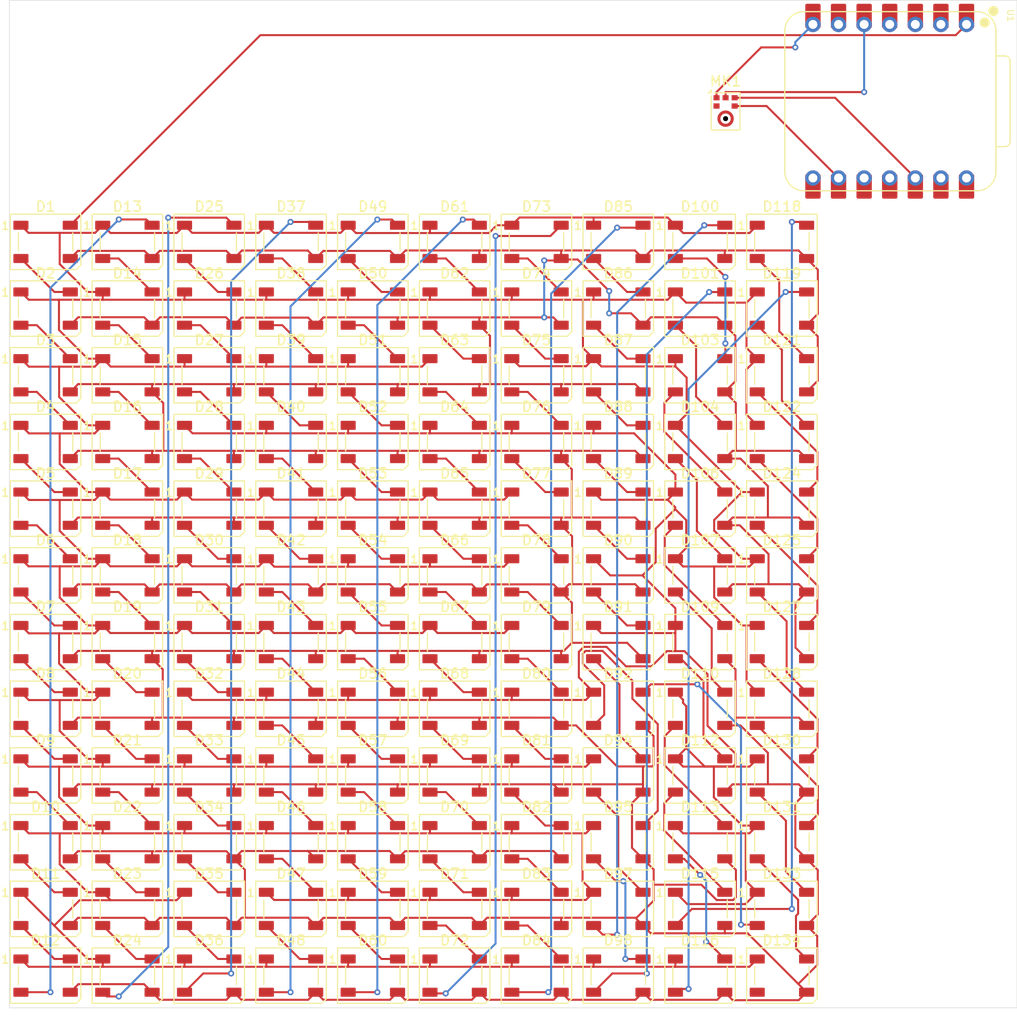
<source format=kicad_pcb>
(kicad_pcb (version 20241229) (generator "pcbnew") (generator_version "9.0")
  (layers (0 "F.Cu" signal) (2 "B.Cu" signal) (13 "F.Paste" user) (15 "B.Paste" user) (5 "F.SilkS" user "F.Silkscreen") (7 "B.SilkS" user "B.Silkscreen") (1 "F.Mask" user) (3 "B.Mask" user) (25 "Edge.Cuts" user))
  (net 0 "")
  (net 1 "+5V")
  (net 2 "Net-(D1-DIN)")
  (net 3 "GND")
  (net 4 "Net-(D1-DOUT)")
  (net 5 "Net-(D2-DOUT)")
  (net 6 "Net-(D3-DOUT)")
  (net 7 "Net-(D4-DOUT)")
  (net 8 "Net-(D5-DOUT)")
  (net 9 "Net-(D6-DOUT)")
  (net 10 "Net-(D7-DOUT)")
  (net 11 "Net-(D8-DOUT)")
  (net 12 "Net-(D10-DIN)")
  (net 13 "Net-(D10-DOUT)")
  (net 14 "Net-(D11-DOUT)")
  (net 15 "Net-(D12-DOUT)")
  (net 16 "Net-(D13-DOUT)")
  (net 17 "Net-(D14-DOUT)")
  (net 18 "Net-(D15-DOUT)")
  (net 19 "Net-(D16-DOUT)")
  (net 20 "Net-(D17-DOUT)")
  (net 21 "Net-(D18-DOUT)")
  (net 22 "Net-(D19-DOUT)")
  (net 23 "Net-(D20-DOUT)")
  (net 24 "Net-(D21-DOUT)")
  (net 25 "Net-(D22-DOUT)")
  (net 26 "Net-(D23-DOUT)")
  (net 27 "Net-(D24-DOUT)")
  (net 28 "Net-(D25-DOUT)")
  (net 29 "Net-(D26-DOUT)")
  (net 30 "Net-(D27-DOUT)")
  (net 31 "Net-(D28-DOUT)")
  (net 32 "Net-(D29-DOUT)")
  (net 33 "Net-(D30-DOUT)")
  (net 34 "Net-(D31-DOUT)")
  (net 35 "Net-(D32-DOUT)")
  (net 36 "Net-(D33-DOUT)")
  (net 37 "Net-(D34-DOUT)")
  (net 38 "Net-(D35-DOUT)")
  (net 39 "Net-(D36-DOUT)")
  (net 40 "Net-(D37-DOUT)")
  (net 41 "Net-(D38-DOUT)")
  (net 42 "Net-(D39-DOUT)")
  (net 43 "Net-(D40-DOUT)")
  (net 44 "Net-(D41-DOUT)")
  (net 45 "Net-(D42-DOUT)")
  (net 46 "Net-(D43-DOUT)")
  (net 47 "Net-(D44-DOUT)")
  (net 48 "Net-(D45-DOUT)")
  (net 49 "Net-(D46-DOUT)")
  (net 50 "Net-(D47-DOUT)")
  (net 51 "Net-(D48-DOUT)")
  (net 52 "Net-(D49-DOUT)")
  (net 53 "Net-(D50-DOUT)")
  (net 54 "Net-(D51-DOUT)")
  (net 55 "Net-(D52-DOUT)")
  (net 56 "Net-(D53-DOUT)")
  (net 57 "Net-(D54-DOUT)")
  (net 58 "Net-(D55-DOUT)")
  (net 59 "Net-(D56-DOUT)")
  (net 60 "Net-(D57-DOUT)")
  (net 61 "Net-(D58-DOUT)")
  (net 62 "Net-(D59-DOUT)")
  (net 63 "Net-(D60-DOUT)")
  (net 64 "Net-(D61-DOUT)")
  (net 65 "Net-(D62-DOUT)")
  (net 66 "Net-(D63-DOUT)")
  (net 67 "Net-(D64-DOUT)")
  (net 68 "Net-(D65-DOUT)")
  (net 69 "Net-(D66-DOUT)")
  (net 70 "Net-(D67-DOUT)")
  (net 71 "Net-(D68-DOUT)")
  (net 72 "Net-(D69-DOUT)")
  (net 73 "Net-(D70-DOUT)")
  (net 74 "Net-(D71-DOUT)")
  (net 75 "Net-(D72-DOUT)")
  (net 76 "Net-(D73-DOUT)")
  (net 77 "Net-(D74-DOUT)")
  (net 78 "Net-(D75-DOUT)")
  (net 79 "Net-(D76-DOUT)")
  (net 80 "Net-(D77-DOUT)")
  (net 81 "Net-(D78-DOUT)")
  (net 82 "Net-(D79-DOUT)")
  (net 83 "Net-(D80-DOUT)")
  (net 84 "Net-(D81-DOUT)")
  (net 85 "Net-(D82-DOUT)")
  (net 86 "Net-(D83-DOUT)")
  (net 87 "Net-(D84-DOUT)")
  (net 88 "Net-(D85-DOUT)")
  (net 89 "Net-(D86-DOUT)")
  (net 90 "Net-(D87-DOUT)")
  (net 91 "Net-(D88-DOUT)")
  (net 92 "Net-(D89-DOUT)")
  (net 93 "Net-(D90-DOUT)")
  (net 94 "Net-(D91-DOUT)")
  (net 95 "Net-(D92-DOUT)")
  (net 96 "Net-(D133-DOUT)")
  (net 97 "Net-(D94-DOUT)")
  (net 98 "Net-(D95-DOUT)")
  (net 99 "Net-(D100-DIN)")
  (net 100 "Net-(D101-DIN)")
  (net 101 "Net-(D100-DOUT)")
  (net 102 "Net-(D101-DOUT)")
  (net 103 "Net-(D103-DOUT)")
  (net 104 "Net-(D104-DOUT)")
  (net 105 "Net-(D106-DOUT)")
  (net 106 "Net-(D107-DOUT)")
  (net 107 "Net-(D109-DOUT)")
  (net 108 "Net-(D110-DOUT)")
  (net 109 "Net-(D112-DOUT)")
  (net 110 "Net-(D113-DOUT)")
  (net 111 "Net-(D115-DOUT)")
  (net 112 "Net-(D116-DOUT)")
  (net 113 "Net-(D118-DOUT)")
  (net 114 "Net-(D119-DOUT)")
  (net 115 "Net-(D121-DOUT)")
  (net 116 "Net-(D122-DOUT)")
  (net 117 "Net-(D124-DOUT)")
  (net 118 "Net-(D125-DOUT)")
  (net 119 "Net-(D127-DOUT)")
  (net 120 "Net-(D128-DOUT)")
  (net 121 "Net-(D130-DOUT)")
  (net 122 "Net-(D131-DOUT)")
  (net 124 "Net-(MK1-GND)")
  (net 125 "Net-(MK1-SD)")
  (net 126 "Net-(MK1-SCK)")
  (net 127 "Net-(MK1-VDD)")
  (net 128 "Net-(MK1-WS)")
  (net 129 "unconnected-(U1-GPIO28{slash}ADC2{slash}A2-Pad3)")
  (net 130 "unconnected-(U1-GPIO29{slash}ADC3{slash}A3-Pad4)")
  (net 131 "unconnected-(U1-GPIO7{slash}SCL-Pad6)")
  (net 132 "unconnected-(U1-GPIO3{slash}MOSI-Pad11)")
  (net 133 "unconnected-(U1-GPIO27{slash}ADC1{slash}A1-Pad2)")
  (net 134 "unconnected-(U1-GPIO4{slash}MISO-Pad10)")
  (net 135 "unconnected-(U1-GPIO1{slash}RX-Pad8)")
  (net 136 "unconnected-(U1-VBUS-Pad14)")
  (footprint "LED_SMD:LED_WS2812B_PLCC4_5.0x5.0mm_P3.2mm" (layer "F.Cu") (at 82.35 142.22)
    (property "Reference" "D24")
    (property "Value" "WS2812B")
  )
  (footprint "LED_SMD:LED_WS2812B_PLCC4_5.0x5.0mm_P3.2mm" (layer "F.Cu") (at 139.19 89.26)
    (property "Reference" "D104")
    (property "Value" "WS2812B")
  )
  (footprint "Sensor_Audio:InvenSense_ICS-43434-6_3.5x2.65mm" (layer "F.Cu") (at 141.72 56.46)
    (property "Reference" "MK1")
    (property "Value" "ICS-43434")
  )
  (footprint "LED_SMD:LED_WS2812B_PLCC4_5.0x5.0mm_P3.2mm" (layer "F.Cu") (at 74.23 76.02)
    (property "Reference" "D2")
    (property "Value" "WS2812B")
  )
  (footprint "LED_SMD:LED_WS2812B_PLCC4_5.0x5.0mm_P3.2mm" (layer "F.Cu") (at 106.71 82.64)
    (property "Reference" "D51")
    (property "Value" "WS2812B")
  )
  (footprint "LED_SMD:LED_WS2812B_PLCC4_5.0x5.0mm_P3.2mm" (layer "F.Cu") (at 106.71 142.22)
    (property "Reference" "D60")
    (property "Value" "WS2812B")
  )
  (footprint "LED_SMD:LED_WS2812B_PLCC4_5.0x5.0mm_P3.2mm" (layer "F.Cu") (at 106.71 76.02)
    (property "Reference" "D50")
    (property "Value" "WS2812B")
  )
  (footprint "LED_SMD:LED_WS2812B_PLCC4_5.0x5.0mm_P3.2mm" (layer "F.Cu") (at 74.23 95.88)
    (property "Reference" "D5")
    (property "Value" "WS2812B")
  )
  (footprint "LED_SMD:LED_WS2812B_PLCC4_5.0x5.0mm_P3.2mm" (layer "F.Cu") (at 122.95 89.26)
    (property "Reference" "D76")
    (property "Value" "WS2812B")
  )
  (footprint "LED_SMD:LED_WS2812B_PLCC4_5.0x5.0mm_P3.2mm" (layer "F.Cu") (at 90.47 142.22)
    (property "Reference" "D36")
    (property "Value" "WS2812B")
  )
  (footprint "LED_SMD:LED_WS2812B_PLCC4_5.0x5.0mm_P3.2mm" (layer "F.Cu") (at 114.83 135.6)
    (property "Reference" "D71")
    (property "Value" "WS2812B")
  )
  (footprint "LED_SMD:LED_WS2812B_PLCC4_5.0x5.0mm_P3.2mm" (layer "F.Cu") (at 114.83 115.74)
    (property "Reference" "D68")
    (property "Value" "WS2812B")
  )
  (footprint "LED_SMD:LED_WS2812B_PLCC4_5.0x5.0mm_P3.2mm" (layer "F.Cu") (at 98.59 82.64)
    (property "Reference" "D39")
    (property "Value" "WS2812B")
  )
  (footprint "LED_SMD:LED_WS2812B_PLCC4_5.0x5.0mm_P3.2mm" (layer "F.Cu") (at 98.59 95.88)
    (property "Reference" "D41")
    (property "Value" "WS2812B")
  )
  (footprint "LED_SMD:LED_WS2812B_PLCC4_5.0x5.0mm_P3.2mm" (layer "F.Cu") (at 147.31 122.36)
    (property "Reference" "D130")
    (property "Value" "WS2812B")
  )
  (footprint "LED_SMD:LED_WS2812B_PLCC4_5.0x5.0mm_P3.2mm" (layer "F.Cu") (at 147.31 95.88)
    (property "Reference" "D124")
    (property "Value" "WS2812B")
  )
  (footprint "LED_SMD:LED_WS2812B_PLCC4_5.0x5.0mm_P3.2mm" (layer "F.Cu") (at 131.07 128.98)
    (property "Reference" "D95")
    (property "Value" "WS2812B")
  )
  (footprint "LED_SMD:LED_WS2812B_PLCC4_5.0x5.0mm_P3.2mm" (layer "F.Cu") (at 98.59 142.22)
    (property "Reference" "D48")
    (property "Value" "WS2812B")
  )
  (footprint "LED_SMD:LED_WS2812B_PLCC4_5.0x5.0mm_P3.2mm" (layer "F.Cu") (at 98.59 76.02)
    (property "Reference" "D38")
    (property "Value" "WS2812B")
  )
  (footprint "LED_SMD:LED_WS2812B_PLCC4_5.0x5.0mm_P3.2mm" (layer "F.Cu") (at 139.19 128.98)
    (property "Reference" "D113")
    (property "Value" "WS2812B")
  )
  (footprint "LED_SMD:LED_WS2812B_PLCC4_5.0x5.0mm_P3.2mm" (layer "F.Cu") (at 106.71 115.74)
    (property "Reference" "D56")
    (property "Value" "WS2812B")
  )
  (footprint "LED_SMD:LED_WS2812B_PLCC4_5.0x5.0mm_P3.2mm" (layer "F.Cu") (at 139.19 142.22)
    (property "Reference" "D116")
    (property "Value" "WS2812B")
  )
  (footprint "LED_SMD:LED_WS2812B_PLCC4_5.0x5.0mm_P3.2mm" (layer "F.Cu") (at 131.07 69.4)
    (property "Reference" "D85")
    (property "Value" "WS2812B")
  )
  (footprint "LED_SMD:LED_WS2812B_PLCC4_5.0x5.0mm_P3.2mm" (layer "F.Cu") (at 139.19 95.88)
    (property "Reference" "D106")
    (property "Value" "WS2812B")
  )
  (footprint "LED_SMD:LED_WS2812B_PLCC4_5.0x5.0mm_P3.2mm" (layer "F.Cu") (at 82.35 89.26)
    (property "Reference" "D16")
    (property "Value" "WS2812B")
  )
  (footprint "LED_SMD:LED_WS2812B_PLCC4_5.0x5.0mm_P3.2mm" (layer "F.Cu") (at 74.23 142.22)
    (property "Reference" "D12")
    (property "Value" "WS2812B")
  )
  (footprint "LED_SMD:LED_WS2812B_PLCC4_5.0x5.0mm_P3.2mm" (layer "F.Cu") (at 131.07 76.02)
    (property "Reference" "D86")
    (property "Value" "WS2812B")
  )
  (footprint "LED_SMD:LED_WS2812B_PLCC4_5.0x5.0mm_P3.2mm" (layer "F.Cu") (at 90.47 128.98)
    (property "Reference" "D34")
    (property "Value" "WS2812B")
  )
  (footprint "LED_SMD:LED_WS2812B_PLCC4_5.0x5.0mm_P3.2mm" (layer "F.Cu") (at 114.83 109.12)
    (property "Reference" "D67")
    (property "Value" "WS2812B")
  )
  (footprint "LED_SMD:LED_WS2812B_PLCC4_5.0x5.0mm_P3.2mm" (layer "F.Cu") (at 98.59 128.98)
    (property "Reference" "D46")
    (property "Value" "WS2812B")
  )
  (footprint "LED_SMD:LED_WS2812B_PLCC4_5.0x5.0mm_P3.2mm" (layer "F.Cu") (at 106.71 89.26)
    (property "Reference" "D52")
    (property "Value" "WS2812B")
  )
  (footprint "LED_SMD:LED_WS2812B_PLCC4_5.0x5.0mm_P3.2mm" (layer "F.Cu") (at 90.47 109.12)
    (property "Reference" "D31")
    (property "Value" "WS2812B")
  )
  (footprint "LED_SMD:LED_WS2812B_PLCC4_5.0x5.0mm_P3.2mm" (layer "F.Cu") (at 114.83 89.26)
    (property "Reference" "D64")
    (property "Value" "WS2812B")
  )
  (footprint "LED_SMD:LED_WS2812B_PLCC4_5.0x5.0mm_P3.2mm" (layer "F.Cu") (at 122.95 115.74)
    (property "Reference" "D80")
    (property "Value" "WS2812B")
  )
  (footprint "LED_SMD:LED_WS2812B_PLCC4_5.0x5.0mm_P3.2mm" (layer "F.Cu") (at 131.07 122.36)
    (property "Reference" "D94")
    (property "Value" "WS2812B")
  )
  (footprint "LED_SMD:LED_WS2812B_PLCC4_5.0x5.0mm_P3.2mm" (layer "F.Cu") (at 114.83 69.4)
    (property "Reference" "D61")
    (property "Value" "WS2812B")
  )
  (footprint "LED_SMD:LED_WS2812B_PLCC4_5.0x5.0mm_P3.2mm" (layer "F.Cu") (at 114.83 128.98)
    (property "Reference" "D70")
    (property "Value" "WS2812B")
  )
  (footprint "LED_SMD:LED_WS2812B_PLCC4_5.0x5.0mm_P3.2mm" (layer "F.Cu") (at 74.23 89.26)
    (property "Reference" "D4")
    (property "Value" "WS2812B")
  )
  (footprint "LED_SMD:LED_WS2812B_PLCC4_5.0x5.0mm_P3.2mm" (layer "F.Cu") (at 114.83 122.36)
    (property "Reference" "D69")
    (property "Value" "WS2812B")
  )
  (footprint "LED_SMD:LED_WS2812B_PLCC4_5.0x5.0mm_P3.2mm" (layer "F.Cu") (at 114.83 102.5)
    (property "Reference" "D66")
    (property "Value" "WS2812B")
  )
  (footprint "LED_SMD:LED_WS2812B_PLCC4_5.0x5.0mm_P3.2mm" (layer "F.Cu") (at 147.31 82.64)
    (property "Reference" "D121")
    (property "Value" "WS2812B")
  )
  (footprint "LED_SMD:LED_WS2812B_PLCC4_5.0x5.0mm_P3.2mm" (layer "F.Cu") (at 90.47 95.88)
    (property "Reference" "D29")
    (property "Value" "WS2812B")
  )
  (footprint "LED_SMD:LED_WS2812B_PLCC4_5.0x5.0mm_P3.2mm" (layer "F.Cu") (at 139.19 135.6)
    (property "Reference" "D115")
    (property "Value" "WS2812B")
  )
  (footprint "LED_SMD:LED_WS2812B_PLCC4_5.0x5.0mm_P3.2mm" (layer "F.Cu") (at 74.23 82.64)
    (property "Reference" "D3")
    (property "Value" "WS2812B")
  )
  (footprint "LED_SMD:LED_WS2812B_PLCC4_5.0x5.0mm_P3.2mm" (layer "F.Cu") (at 106.71 128.98)
    (property "Reference" "D58")
    (property "Value" "WS2812B")
  )
  (footprint "LED_SMD:LED_WS2812B_PLCC4_5.0x5.0mm_P3.2mm" (layer "F.Cu") (at 147.31 142.22)
    (property "Reference" "D134")
    (property "Value" "WS2812B")
  )
  (footprint "LED_SMD:LED_WS2812B_PLCC4_5.0x5.0mm_P3.2mm" (layer "F.Cu") (at 131.07 89.26)
    (property "Reference" "D88")
    (property "Value" "WS2812B")
  )
  (footprint "LED_SMD:LED_WS2812B_PLCC4_5.0x5.0mm_P3.2mm" (layer "F.Cu") (at 147.31 69.4)
    (property "Reference" "D118")
    (property "Value" "WS2812B")
  )
  (footprint "LED_SMD:LED_WS2812B_PLCC4_5.0x5.0mm_P3.2mm" (layer "F.Cu") (at 74.23 135.6)
    (property "Reference" "D11")
    (property "Value" "WS2812B")
  )
  (footprint "LED_SMD:LED_WS2812B_PLCC4_5.0x5.0mm_P3.2mm" (layer "F.Cu") (at 74.23 109.12)
    (property "Reference" "D7")
    (property "Value" "WS2812B")
  )
  (footprint "LED_SMD:LED_WS2812B_PLCC4_5.0x5.0mm_P3.2mm" (layer "F.Cu") (at 139.19 76.02)
    (property "Reference" "D101")
    (property "Value" "WS2812B")
  )
  (footprint "LED_SMD:LED_WS2812B_PLCC4_5.0x5.0mm_P3.2mm" (layer "F.Cu") (at 122.95 82.64)
    (property "Reference" "D75")
    (property "Value" "WS2812B")
  )
  (footprint "LED_SMD:LED_WS2812B_PLCC4_5.0x5.0mm_P3.2mm" (layer "F.Cu") (at 114.83 142.22)
    (property "Reference" "D72")
    (property "Value" "WS2812B")
  )
  (footprint "LED_SMD:LED_WS2812B_PLCC4_5.0x5.0mm_P3.2mm" (layer "F.Cu") (at 90.47 69.4)
    (property "Reference" "D25")
    (property "Value" "WS2812B")
  )
  (footprint "Seeed Studio XIAO Series Library:XIAO-RP2040-DIP" (layer "F.Cu") (at 158.0115 55.44 -90)
    (property "Reference" "U1")
    (property "Value" "XIAO-RP2040-DIP")
  )
  (footprint "LED_SMD:LED_WS2812B_PLCC4_5.0x5.0mm_P3.2mm" (layer "F.Cu") (at 122.95 142.22)
    (property "Reference" "D84")
    (property "Value" "WS2812B")
  )
  (footprint "LED_SMD:LED_WS2812B_PLCC4_5.0x5.0mm_P3.2mm" (layer "F.Cu") (at 139.19 109.12)
    (property "Reference" "D109")
    (property "Value" "WS2812B")
  )
  (footprint "LED_SMD:LED_WS2812B_PLCC4_5.0x5.0mm_P3.2mm" (layer "F.Cu") (at 147.31 89.26)
    (property "Reference" "D122")
    (property "Value" "WS2812B")
  )
  (footprint "LED_SMD:LED_WS2812B_PLCC4_5.0x5.0mm_P3.2mm" (layer "F.Cu") (at 82.35 115.74)
    (property "Reference" "D20")
    (property "Value" "WS2812B")
  )
  (footprint "LED_SMD:LED_WS2812B_PLCC4_5.0x5.0mm_P3.2mm" (layer "F.Cu") (at 131.07 109.12)
    (property "Reference" "D91")
    (property "Value" "WS2812B")
  )
  (footprint "LED_SMD:LED_WS2812B_PLCC4_5.0x5.0mm_P3.2mm" (layer "F.Cu") (at 82.35 82.64)
    (property "Reference" "D15")
    (property "Value" "WS2812B")
  )
  (footprint "LED_SMD:LED_WS2812B_PLCC4_5.0x5.0mm_P3.2mm" (layer "F.Cu") (at 114.83 76.02)
    (property "Reference" "D62")
    (property "Value" "WS2812B")
  )
  (footprint "LED_SMD:LED_WS2812B_PLCC4_5.0x5.0mm_P3.2mm" (layer "F.Cu") (at 106.71 95.88)
    (property "Reference" "D53")
    (property "Value" "WS2812B")
  )
  (footprint "LED_SMD:LED_WS2812B_PLCC4_5.0x5.0mm_P3.2mm" (layer "F.Cu") (at 147.31 135.6)
    (property "Reference" "D133")
    (property "Value" "WS2812B")
  )
  (footprint "LED_SMD:LED_WS2812B_PLCC4_5.0x5.0mm_P3.2mm" (layer "F.Cu") (at 139.19 115.74)
    (property "Reference" "D110")
    (property "Value" "WS2812B")
  )
  (footprint "LED_SMD:LED_WS2812B_PLCC4_5.0x5.0mm_P3.2mm" (layer "F.Cu") (at 90.47 102.5)
    (property "Reference" "D30")
    (property "Value" "WS2812B")
  )
  (footprint "LED_SMD:LED_WS2812B_PLCC4_5.0x5.0mm_P3.2mm" (layer "F.Cu") (at 139.19 82.64)
    (property "Reference" "D103")
    (property "Value" "WS2812B")
  )
  (footprint "LED_SMD:LED_WS2812B_PLCC4_5.0x5.0mm_P3.2mm" (layer "F.Cu") (at 90.47 135.6)
    (property "Reference" "D35")
    (property "Value" "WS2812B")
  )
  (footprint "LED_SMD:LED_WS2812B_PLCC4_5.0x5.0mm_P3.2mm" (layer "F.Cu") (at 90.47 82.64)
    (property "Reference" "D27")
    (property "Value" "WS2812B")
  )
  (footprint "LED_SMD:LED_WS2812B_PLCC4_5.0x5.0mm_P3.2mm" (layer "F.Cu") (at 122.95 95.88)
    (property "Reference" "D77")
    (property "Value" "WS2812B")
  )
  (footprint "LED_SMD:LED_WS2812B_PLCC4_5.0x5.0mm_P3.2mm" (layer "F.Cu") (at 106.71 135.6)
    (property "Reference" "D59")
    (property "Value" "WS2812B")
  )
  (footprint "LED_SMD:LED_WS2812B_PLCC4_5.0x5.0mm_P3.2mm" (layer "F.Cu") (at 74.23 69.4)
    (property "Reference" "D1")
    (property "Value" "WS2812B")
  )
  (footprint "LED_SMD:LED_WS2812B_PLCC4_5.0x5.0mm_P3.2mm" (layer "F.Cu") (at 139.19 122.36)
    (property "Reference" "D112")
    (property "Value" "WS2812B")
  )
  (footprint "LED_SMD:LED_WS2812B_PLCC4_5.0x5.0mm_P3.2mm" (layer "F.Cu") (at 82.35 95.88)
    (property "Reference" "D17")
    (property "Value" "WS2812B")
  )
  (footprint "LED_SMD:LED_WS2812B_PLCC4_5.0x5.0mm_P3.2mm" (layer "F.Cu") (at 114.83 95.88)
    (property "Reference" "D65")
    (property "Value" "WS2812B")
  )
  (footprint "LED_SMD:LED_WS2812B_PLCC4_5.0x5.0mm_P3.2mm" (layer "F.Cu") (at 106.71 122.36)
    (property "Reference" "D57")
    (property "Value" "WS2812B")
  )
  (footprint "LED_SMD:LED_WS2812B_PLCC4_5.0x5.0mm_P3.2mm" (layer "F.Cu") (at 74.23 128.98)
    (property "Reference" "D10")
    (property "Value" "WS2812B")
  )
  (footprint "LED_SMD:LED_WS2812B_PLCC4_5.0x5.0mm_P3.2mm" (layer "F.Cu") (at 106.71 102.5)
    (property "Reference" "D54")
    (property "Value" "WS2812B")
  )
  (footprint "LED_SMD:LED_WS2812B_PLCC4_5.0x5.0mm_P3.2mm" (layer "F.Cu") (at 131.07 82.64)
    (property "Reference" "D87")
    (property "Value" "WS2812B")
  )
  (footprint "LED_SMD:LED_WS2812B_PLCC4_5.0x5.0mm_P3.2mm" (layer "F.Cu") (at 74.23 102.5)
    (property "Reference" "D6")
    (property "Value" "WS2812B")
  )
  (footprint "LED_SMD:LED_WS2812B_PLCC4_5.0x5.0mm_P3.2mm" (layer "F.Cu") (at 122.95 128.98)
    (property "Reference" "D82")
    (property "Value" "WS2812B")
  )
  (footprint "LED_SMD:LED_WS2812B_PLCC4_5.0x5.0mm_P3.2mm" (layer "F.Cu") (at 139.19 69.4)
    (property "Reference" "D100")
    (property "Value" "WS2812B")
  )
  (footprint "LED_SMD:LED_WS2812B_PLCC4_5.0x5.0mm_P3.2mm" (layer "F.Cu") (at 139.19 102.5)
    (property "Reference" "D107")
    (property "Value" "WS2812B")
  )
  (footprint "LED_SMD:LED_WS2812B_PLCC4_5.0x5.0mm_P3.2mm" (layer "F.Cu") (at 106.71 109.12)
    (property "Reference" "D55")
    (property "Value" "WS2812B")
  )
  (footprint "LED_SMD:LED_WS2812B_PLCC4_5.0x5.0mm_P3.2mm" (layer "F.Cu") (at 147.31 102.5)
    (property "Reference" "D125")
    (property "Value" "WS2812B")
  )
  (footprint "LED_SMD:LED_WS2812B_PLCC4_5.0x5.0mm_P3.2mm" (layer "F.Cu") (at 82.35 102.5)
    (property "Reference" "D18")
    (property "Value" "WS2812B")
  )
  (footprint "LED_SMD:LED_WS2812B_PLCC4_5.0x5.0mm_P3.2mm" (layer "F.Cu") (at 147.31 128.98)
    (property "Reference" "D131")
    (property "Value" "WS2812B")
  )
  (footprint "LED_SMD:LED_WS2812B_PLCC4_5.0x5.0mm_P3.2mm" (layer "F.Cu") (at 82.35 69.4)
    (property "Reference" "D13")
    (property "Value" "WS2812B")
  )
  (footprint "LED_SMD:LED_WS2812B_PLCC4_5.0x5.0mm_P3.2mm" (layer "F.Cu") (at 131.07 135.6)
    (property "Reference" "D97")
    (property "Value" "WS2812B")
  )
  (footprint "LED_SMD:LED_WS2812B_PLCC4_5.0x5.0mm_P3.2mm" (layer "F.Cu") (at 82.35 109.12)
    (property "Reference" "D19")
    (property "Value" "WS2812B")
  )
  (footprint "LED_SMD:LED_WS2812B_PLCC4_5.0x5.0mm_P3.2mm" (layer "F.Cu") (at 98.59 69.4)
    (property "Reference" "D37")
    (property "Value" "WS2812B")
  )
  (footprint "LED_SMD:LED_WS2812B_PLCC4_5.0x5.0mm_P3.2mm" (layer "F.Cu") (at 98.59 89.26)
    (property "Reference" "D40")
    (property "Value" "WS2812B")
  )
  (footprint "LED_SMD:LED_WS2812B_PLCC4_5.0x5.0mm_P3.2mm" (layer "F.Cu") (at 122.95 102.5)
    (property "Reference" "D78")
    (property "Value" "WS2812B")
  )
  (footprint "LED_SMD:LED_WS2812B_PLCC4_5.0x5.0mm_P3.2mm" (layer "F.Cu") (at 131.07 95.88)
    (property "Reference" "D89")
    (property "Value" "WS2812B")
  )
  (footprint "LED_SMD:LED_WS2812B_PLCC4_5.0x5.0mm_P3.2mm" (layer "F.Cu") (at 98.59 122.36)
    (property "Reference" "D45")
    (property "Value" "WS2812B")
  )
  (footprint "LED_SMD:LED_WS2812B_PLCC4_5.0x5.0mm_P3.2mm" (layer "F.Cu") (at 90.47 122.36)
    (property "Reference" "D33")
    (property "Value" "WS2812B")
  )
  (footprint "LED_SMD:LED_WS2812B_PLCC4_5.0x5.0mm_P3.2mm" (layer "F.Cu") (at 122.95 135.6)
    (property "Reference" "D83")
    (property "Value" "WS2812B")
  )
  (footprint "LED_SMD:LED_WS2812B_PLCC4_5.0x5.0mm_P3.2mm" (layer "F.Cu") (at 90.47 115.74)
    (property "Reference" "D32")
    (property "Value" "WS2812B")
  )
  (footprint "LED_SMD:LED_WS2812B_PLCC4_5.0x5.0mm_P3.2mm" (layer "F.Cu") (at 131.07 102.5)
    (property "Reference" "D90")
    (property "Value" "WS2812B")
  )
  (footprint "LED_SMD:LED_WS2812B_PLCC4_5.0x5.0mm_P3.2mm" (layer "F.Cu") (at 106.71 69.4)
    (property "Reference" "D49")
    (property "Value" "WS2812B")
  )
  (footprint "LED_SMD:LED_WS2812B_PLCC4_5.0x5.0mm_P3.2mm" (layer "F.Cu") (at 90.47 76.02)
    (property "Reference" "D26")
    (property "Value" "WS2812B")
  )
  (footprint "LED_SMD:LED_WS2812B_PLCC4_5.0x5.0mm_P3.2mm" (layer "F.Cu") (at 147.31 76.02)
    (property "Reference" "D119")
    (property "Value" "WS2812B")
  )
  (footprint "LED_SMD:LED_WS2812B_PLCC4_5.0x5.0mm_P3.2mm" (layer "F.Cu") (at 90.47 89.26)
    (property "Reference" "D28")
    (property "Value" "WS2812B")
  )
  (footprint "LED_SMD:LED_WS2812B_PLCC4_5.0x5.0mm_P3.2mm" (layer "F.Cu") (at 98.59 115.74)
    (property "Reference" "D44")
    (property "Value" "WS2812B")
  )
  (footprint "LED_SMD:LED_WS2812B_PLCC4_5.0x5.0mm_P3.2mm" (layer "F.Cu") (at 122.95 122.36)
    (property "Reference" "D81")
    (property "Value" "WS2812B")
  )
  (footprint "LED_SMD:LED_WS2812B_PLCC4_5.0x5.0mm_P3.2mm" (layer "F.Cu") (at 114.83 82.64)
    (property "Reference" "D63")
    (property "Value" "WS2812B")
  )
  (footprint "LED_SMD:LED_WS2812B_PLCC4_5.0x5.0mm_P3.2mm" (layer "F.Cu") (at 122.95 69.4)
    (property "Reference" "D73")
    (property "Value" "WS2812B")
  )
  (footprint "LED_SMD:LED_WS2812B_PLCC4_5.0x5.0mm_P3.2mm" (layer "F.Cu") (at 98.59 102.5)
    (property "Reference" "D42")
    (property "Value" "WS2812B")
  )
  (footprint "LED_SMD:LED_WS2812B_PLCC4_5.0x5.0mm_P3.2mm" (layer "F.Cu") (at 147.31 115.74)
    (property "Reference" "D128")
    (property "Value" "WS2812B")
  )
  (footprint "LED_SMD:LED_WS2812B_PLCC4_5.0x5.0mm_P3.2mm" (layer "F.Cu") (at 74.23 115.74)
    (property "Reference" "D8")
    (property "Value" "WS2812B")
  )
  (footprint "LED_SMD:LED_WS2812B_PLCC4_5.0x5.0mm_P3.2mm" (layer "F.Cu") (at 82.35 135.6)
    (property "Reference" "D23")
    (property "Value" "WS2812B")
  )
  (footprint "LED_SMD:LED_WS2812B_PLCC4_5.0x5.0mm_P3.2mm" (layer "F.Cu") (at 122.95 76.02)
    (property "Reference" "D74")
    (property "Value" "WS2812B")
  )
  (footprint "LED_SMD:LED_WS2812B_PLCC4_5.0x5.0mm_P3.2mm" (layer "F.Cu") (at 98.59 109.12)
    (property "Reference" "D43")
    (property "Value" "WS2812B")
  )
  (footprint "LED_SMD:LED_WS2812B_PLCC4_5.0x5.0mm_P3.2mm" (layer "F.Cu") (at 98.59 135.6)
    (property "Reference" "D47")
    (property "Value" "WS2812B")
  )
  (footprint "LED_SMD:LED_WS2812B_PLCC4_5.0x5.0mm_P3.2mm" (layer "F.Cu") (at 147.31 109.12)
    (property "Reference" "D127")
    (property "Value" "WS2812B")
  )
  (footprint "LED_SMD:LED_WS2812B_PLCC4_5.0x5.0mm_P3.2mm" (layer "F.Cu") (at 82.35 122.36)
    (property "Reference" "D21")
    (property "Value" "WS2812B")
  )
  (footprint "LED_SMD:LED_WS2812B_PLCC4_5.0x5.0mm_P3.2mm" (layer "F.Cu") (at 131.07 115.74)
    (property "Reference" "D92")
    (property "Value" "WS2812B")
  )
  (footprint "LED_SMD:LED_WS2812B_PLCC4_5.0x5.0mm_P3.2mm" (layer "F.Cu") (at 82.35 76.02)
    (property "Reference" "D14")
    (property "Value" "WS2812B")
  )
  (footprint "LED_SMD:LED_WS2812B_PLCC4_5.0x5.0mm_P3.2mm" (layer "F.Cu") (at 82.35 128.98)
    (property "Reference" "D22")
    (property "Value" "WS2812B")
  )
  (footprint "LED_SMD:LED_WS2812B_PLCC4_5.0x5.0mm_P3.2mm" (layer "F.Cu") (at 74.23 122.36)
    (property "Reference" "D9")
    (property "Value" "WS2812B")
  )
  (footprint "LED_SMD:LED_WS2812B_PLCC4_5.0x5.0mm_P3.2mm" (layer "F.Cu") (at 122.95 109.12)
    (property "Reference" "D79")
    (property "Value" "WS2812B")
  )
  (footprint "LED_SMD:LED_WS2812B_PLCC4_5.0x5.0mm_P3.2mm" (layer "F.Cu") (at 131.07 142.22)
    (property "Reference" "D98")
    (property "Value" "WS2812B")
  )
  (gr_rect (start 70.64 45.42) (end 170.64 145.42) (stroke (width 0.05)) (fill no) (layer "Edge.Cuts"))
  (segment (start 111.628 94.982) (end 105.012 94.982) (width 0.2) (layer "F.Cu") (net 1))
  (segment (start 136.74 114.09) (end 137.498 114.848) (width 0.2) (layer "F.Cu") (net 1))
  (segment (start 144.0866 128.1034) (end 143.7194 128.1034) (width 0.2) (layer "F.Cu") (net 1))
  (segment (start 140.5576 124.533) (end 143.3546 127.33) (width 0.2) (layer "F.Cu") (net 1))
  (segment (start 104.26 134.713) (end 104.26 133.95) (width 0.2) (layer "F.Cu") (net 1))
  (segment (start 129.3934 81.7634) (end 128.62 80.99) (width 0.2) (layer "F.Cu") (net 1))
  (segment (start 135.8913 110.018) (end 134.3837 111.5256) (width 0.2) (layer "F.Cu") (net 1))
  (segment (start 71.78 114.09) (end 72.5648 114.8748) (width 0.2) (layer "F.Cu") (net 1))
  (segment (start 112.38 101.6391) (end 112.38 100.85) (width 0.2) (layer "F.Cu") (net 1))
  (segment (start 137.498 115.1619) (end 137.8119 115.4758) (width 0.2) (layer "F.Cu") (net 1))
  (segment (start 79.9 141.3434) (end 72.5534 141.3434) (width 0.2) (layer "F.Cu") (net 1))
  (segment (start 96.14 114.8634) (end 96.14 114.09) (width 0.2) (layer "F.Cu") (net 1))
  (segment (start 120.5 134.713) (end 120.5 133.95) (width 0.2) (layer "F.Cu") (net 1))
  (segment (start 136.74 120.71) (end 137.5076 121.4776) (width 0.2) (layer "F.Cu") (net 1))
  (segment (start 75.628 91.44) (end 75.628 88.4074) (width 0.2) (layer "F.Cu") (net 1))
  (segment (start 104.26 134.713) (end 96.903 134.713) (width 0.2) (layer "F.Cu") (net 1))
  (segment (start 140.588 97.002) (end 143.36 94.23) (width 0.2) (layer "F.Cu") (net 1))
  (segment (start 128.62 75.1434) (end 128.62 74.37) (width 0.2) (layer "F.Cu") (net 1))
  (segment (start 79.9 141.3434) (end 79.9 140.57) (width 0.2) (layer "F.Cu") (net 1))
  (segment (start 104.26 94.23) (end 103.508 94.982) (width 0.2) (layer "F.Cu") (net 1))
  (segment (start 88.02 141.3434) (end 79.9 141.3434) (width 0.2) (layer "F.Cu") (net 1))
  (segment (start 112.38 68.5234) (end 105.0334 68.5234) (width 0.2) (layer "F.Cu") (net 1))
  (segment (start 72.5648 95.0148) (end 71.78 94.23) (width 0.2) (layer "F.Cu") (net 1))
  (segment (start 134.3837 111.5256) (end 131.838 111.5256) (width 0.2) (layer "F.Cu") (net 1))
  (segment (start 143.7194 128.1034) (end 137.5134 128.1034) (width 0.2) (layer "F.Cu") (net 1))
  (segment (start 143.3746 107.47) (end 140.588 104.6834) (width 0.2) (layer "F.Cu") (net 1))
  (segment (start 112.38 114.8634) (end 112.38 114.09) (width 0.2) (layer "F.Cu") (net 1))
  (segment (start 144.86 100.85) (end 143.3746 100.85) (width 0.2) (layer "F.Cu") (net 1))
  (segment (start 104.26 141.3434) (end 104.26 140.57) (width 0.2) (layer "F.Cu") (net 1))
  (segment (start 75.5563 75.1434) (end 75.5563 78.1425) (width 0.2) (layer "F.Cu") (net 1))
  (segment (start 80.69 81.78) (end 79.9 80.99) (width 0.2) (layer "F.Cu") (net 1))
  (segment (start 137.5076 101.6176) (end 140.588 101.6176) (width 0.2) (layer "F.Cu") (net 1))
  (segment (start 111.628 108.222) (end 105.012 108.222) (width 0.2) (layer "F.Cu") (net 1))
  (segment (start 111.59 81.78) (end 104.26 81.78) (width 0.2) (layer "F.Cu") (net 1))
  (segment (start 79.1469 101.6031) (end 79.9 100.85) (width 0.2) (layer "F.Cu") (net 1))
  (segment (start 120.5 141.3434) (end 112.38 141.3434) (width 0.2) (layer "F.Cu") (net 1))
  (segment (start 75.5563 78.1425) (end 78.4038 80.99) (width 0.2) (layer "F.Cu") (net 1))
  (segment (start 77.6089 134.7388) (end 75.0889 137.2588) (width 0.2) (layer "F.Cu") (net 1))
  (segment (start 96.14 128.1034) (end 88.02 128.1034) (width 0.2) (layer "F.Cu") (net 1))
  (segment (start 75.575 81.7874) (end 79.1026 81.7874) (width 0.2) (layer "F.Cu") (net 1))
  (segment (start 113.132 108.222) (end 112.38 107.47) (width 0.2) (layer "F.Cu") (net 1))
  (segment (start 75.628 101.6031) (end 79.1469 101.6031) (width 0.2) (layer "F.Cu") (net 1))
  (segment (start 88.02 128.1034) (end 79.9 128.1034) (width 0.2) (layer "F.Cu") (net 1))
  (segment (start 79.9 140.57) (end 78.4 140.57) (width 0.2) (layer "F.Cu") (net 1))
  (segment (start 127.5634 75.1434) (end 127.5634 79.9334) (width 0.2) (layer "F.Cu") (net 1))
  (segment (start 120.5 114.8634) (end 127.8466 114.8634) (width 0.2) (layer "F.Cu") (net 1))
  (segment (start 143.6864 135.1236) (end 144.86 133.95) (width 0.2) (layer "F.Cu") (net 1))
  (segment (start 75.567 111.2578) (end 78.3992 114.09) (width 0.2) (layer "F.Cu") (net 1))
  (segment (start 88.7934 114.8634) (end 88.02 114.09) (width 0.2) (layer "F.Cu") (net 1))
  (segment (start 71.78 87.61) (end 72.5774 88.4074) (width 0.2) (layer "F.Cu") (net 1))
  (segment (start 127.5634 79.9334) (end 128.62 80.99) (width 0.2) (layer "F.Cu") (net 1))
  (segment (start 137.8549 82.8783) (end 136.74 81.7634) (width 0.2) (layer "F.Cu") (net 1))
  (segment (start 75.567 108.2548) (end 79.1152 108.2548) (width 0.2) (layer "F.Cu") (net 1))
  (segment (start 78.3992 114.09) (end 79.9 114.09) (width 0.2) (layer "F.Cu") (net 1))
  (segment (start 80.652 101.602) (end 79.9 100.85) (width 0.2) (layer "F.Cu") (net 1))
  (segment (start 104.26 114.8634) (end 104.26 114.09) (width 0.2) (layer "F.Cu") (net 1))
  (segment (start 87.268 108.222) (end 80.652 108.222) (width 0.2) (layer "F.Cu") (net 1))
  (segment (start 120.5 88.4) (end 120.5 87.61) (width 0.2) (layer "F.Cu") (net 1))
  (segment (start 120.5 75.1434) (end 112.38 75.1434) (width 0.2) (layer "F.Cu") (net 1))
  (segment (start 143.36 94.23) (end 144.86 94.23) (width 0.2) (layer "F.Cu") (net 1))
  (segment (start 136.74 110.018) (end 135.8913 110.018) (width 0.2) (layer "F.Cu") (net 1))
  (segment (start 136.74 141.3434) (end 128.62 141.3434) (width 0.2) (layer "F.Cu") (net 1))
  (segment (start 120.5 114.8634) (end 112.38 114.8634) (width 0.2) (layer "F.Cu") (net 1))
  (segment (start 96.14 107.47) (end 95.388 108.222) (width 0.2) (layer "F.Cu") (net 1))
  (segment (start 75.567 108.2548) (end 75.567 111.2578) (width 0.2) (layer "F.Cu") (net 1))
  (segment (start 137.8012 75.4312) (end 136.74 74.37) (width 0.2) (layer "F.Cu") (net 1))
  (segment (start 88.02 133.95) (end 87.2312 134.7388) (width 0.2) (layer "F.Cu") (net 1))
  (segment (start 80.652 108.222) (end 79.9 107.47) (width 0.2) (layer "F.Cu") (net 1))
  (segment (start 104.26 128.1034) (end 104.26 127.33) (width 0.2) (layer "F.Cu") (net 1))
  (segment (start 96.14 75.1434) (end 96.14 74.37) (width 0.2) (layer "F.Cu") (net 1))
  (segment (start 75.5722 121.4834) (end 72.5534 121.4834) (width 0.2) (layer "F.Cu") (net 1))
  (segment (start 144.86 80.99) (end 143.7988 79.9288) (width 0.2) (layer "F.Cu") (net 1))
  (segment (start 105.012 94.982) (end 104.26 94.23) (width 0.2) (layer "F.Cu") (net 1))
  (segment (start 144.86 107.47) (end 143.8021 107.47) (width 0.2) (layer "F.Cu") (net 1))
  (segment (start 137.8119 119.6381) (end 139.6358 121.462) (width 0.2) (layer "F.Cu") (net 1))
  (segment (start 96.14 100.85) (end 95.388 101.602) (width 0.2) (layer "F.Cu") (net 1))
  (segment (start 112.38 141.3434) (end 104.26 141.3434) (width 0.2) (layer "F.Cu") (net 1))
  (segment (start 79.1152 108.2548) (end 79.9 107.47) (width 0.2) (layer "F.Cu") (net 1))
  (segment (start 139.9275 112.3094) (end 137.6361 110.018) (width 0.2) (layer "F.Cu") (net 1))
  (segment (start 79.1026 81.7874) (end 79.9 80.99) (width 0.2) (layer "F.Cu") (net 1))
  (segment (start 118.2343 68.5234) (end 112.38 68.5234) (width 0.2) (layer "F.Cu") (net 1))
  (segment (start 127.8466 114.8634) (end 128.62 114.09) (width 0.2) (layer "F.Cu") (net 1))
  (segment (start 79.9 75.1434) (end 75.5563 75.1434) (width 0.2) (layer "F.Cu") (net 1))
  (segment (start 75.628 101.6031) (end 75.628 104.6988) (width 0.2) (layer "F.Cu") (net 1))
  (segment (start 137.8136 97.0198) (end 136.7189 95.925) (width 0.2) (layer "F.Cu") (net 1))
  (segment (start 112.38 114.8634) (end 104.26 114.8634) (width 0.2) (layer "F.Cu") (net 1))
  (segment (start 120.5 75.1434) (end 120.5 74.37) (width 0.2) (layer "F.Cu") (net 1))
  (segment (start 135.9666 75.1434) (end 136.74 74.37) (width 0.2) (layer "F.Cu") (net 1))
  (segment (start 78.3992 74.37) (end 79.9 74.37) (width 0.2) (layer "F.Cu") (net 1))
  (segment (start 96.892 68.502) (end 96.14 67.75) (width 0.2) (layer "F.Cu") (net 1))
  (segment (start 143.3546 127.33) (end 144.86 127.33) (width 0.2) (layer "F.Cu") (net 1))
  (segment (start 95.388 101.602) (end 88.772 101.602) (width 0.2) (layer "F.Cu") (net 1))
  (segment (start 104.26 128.1034) (end 96.14 128.1034) (width 0.2) (layer "F.Cu") (net 1))
  (segment (start 129.3862 94.9962) (end 135.9738 94.9962) (width 0.2) (layer "F.Cu") (net 1))
  (segment (start 78.4038 80.99) (end 79.9 80.99) (width 0.2) (layer "F.Cu") (net 1))
  (segment (start 127.857 134.713) (end 120.5 134.713) (width 0.2) (layer "F.Cu") (net 1))
  (segment (start 136.74 87.61) (end 137.8549 86.4951) (width 0.2) (layer "F.Cu") (net 1))
  (segment (start 143.7194 132.8094) (end 144.86 133.95) (width 0.2) (layer "F.Cu") (net 1))
  (segment (start 136.74 133.95) (end 137.9136 135.1236) (width 0.2) (layer "F.Cu") (net 1))
  (segment (start 140.5576 121.4776) (end 144.0924 121.4776) (width 0.2) (layer "F.Cu") (net 1))
  (segment (start 104.26 121.4834) (end 96.14 121.4834) (width 0.2) (layer "F.Cu") (net 1))
  (segment (start 144.0866 141.3434) (end 136.74 141.3434) (width 0.2) (layer "F.Cu") (net 1))
  (segment (start 75.5722 121.4834) (end 75.5722 124.503) (width 0.2) (layer "F.Cu") (net 1))
  (segment (start 143.8021 113.0321) (end 144.86 114.09) (width 0.2) (layer "F.Cu") (net 1))
  (segment (start 75.6271 117.9282) (end 75.6271 114.8748) (width 0.2) (layer "F.Cu") (net 1))
  (segment (start 143.7988 75.4312) (end 144.86 74.37) (width 0.2) (layer "F.Cu") (net 1))
  (segment (start 96.892 94.982) (end 96.14 94.23) (width 0.2) (layer "F.Cu") (net 1))
  (segment (start 75.628 68.502) (end 75.628 71.5988) (width 0.2) (layer "F.Cu") (net 1))
  (segment (start 105.012 108.222) (end 104.26 107.47) (width 0.2) (layer "F.Cu") (net 1))
  (segment (start 143.7988 75.4312) (end 137.8012 75.4312) (width 0.2) (layer "F.Cu") (net 1))
  (segment (start 131.838 111.5256) (end 129.9073 109.5949) (width 0.2) (layer "F.Cu") (net 1))
  (segment (start 136.74 92.5015) (end 136.74 94.23) (width 0.2) (layer "F.Cu") (net 1))
  (segment (start 104.26 107.47) (end 103.508 108.222) (width 0.2) (layer "F.Cu") (net 1))
  (segment (start 128.62 120.71) (end 127.8466 121.4834) (width 0.2) (layer "F.Cu") (net 1))
  (segment (start 140.588 104.6834) (end 140.588 101.6176) (width 0.2) (layer "F.Cu") (net 1))
  (segment (start 127.8466 121.4834) (end 120.5 121.4834) (width 0.2) (layer "F.Cu") (net 1))
  (segment (start 143.3746 100.85) (end 140.588 98.0634) (width 0.2) (layer "F.Cu") (net 1))
  (segment (start 144.86 140.57) (end 144.0866 141.3434) (width 0.2) (layer "F.Cu") (net 1))
  (segment (start 88.02 81.78) (end 80.69 81.78) (width 0.2) (layer "F.Cu") (net 1))
  (segment (start 87.2312 134.7388) (end 80.6888 134.7388) (width 0.2) (layer "F.Cu") (net 1))
  (segment (start 119.0077 67.75) (end 118.2343 68.5234) (width 0.2) (layer "F.Cu") (net 1))
  (segment (start 104.26 114.8634) (end 96.14 114.8634) (width 0.2) (layer "F.Cu") (net 1))
  (segment (start 120.5 114.8634) (end 120.5 114.09) (width 0.2) (layer "F.Cu") (net 1))
  (segment (start 137.5076 121.4776) (end 140.5576 121.4776) (width 0.2) (layer "F.Cu") (net 1))
  (segment (start 112.38 75.1434) (end 112.38 74.37) (width 0.2) (layer "F.Cu") (net 1))
  (segment (start 96.14 128.1034) (end 96.14 127.33) (width 0.2) (layer "F.Cu") (net 1))
  (segment (start 95.388 94.982) (end 88.772 94.982) (width 0.2) (layer "F.Cu") (net 1))
  (segment (start 129.9073 109.5949) (end 127.6526 109.5949) (width 0.2) (layer "F.Cu") (net 1))
  (segment (start 78.3992 133.95) (end 79.9 133.95) (width 0.2) (layer "F.Cu") (net 1))
  (segment (start 135.9738 94.9962) (end 136.74 94.23) (width 0.2) (layer "F.Cu") (net 1))
  (segment (start 136.74 110.018) (end 136.74 108.2258) (width 0.2) (layer "F.Cu") (net 1))
  (segment (start 96.14 88.4) (end 88.81 88.4) (width 0.2) (layer "F.Cu") (net 1))
  (segment (start 120.5 88.4) (end 112.38 88.4) (width 0.2) (layer "F.Cu") (net 1))
  (segment (start 140.5576 121.4776) (end 140.5576 124.533) (width 0.2) (layer "F.Cu") (net 1))
  (segment (start 72.5774 88.4074) (end 75.628 88.4074) (width 0.2) (layer "F.Cu") (net 1))
  (segment (start 88.02 107.47) (end 87.268 108.222) (width 0.2) (layer "F.Cu") (net 1))
  (segment (start 127.5259 132.8559) (end 128.62 133.95) (width 0.2) (layer "F.Cu") (net 1))
  (segment (start 79.148 68.502) (end 79.9 67.75) (width 0.2) (layer "F.Cu") (net 1))
  (segment (start 112.38 80.99) (end 111.59 81.78) (width 0.2) (layer "F.Cu") (net 1))
  (segment (start 72.5774 81.7874) (end 75.575 81.7874) (width 0.2) (layer "F.Cu") (net 1))
  (segment (start 128.62 75.1434) (end 127.5634 75.1434) (width 0.2) (layer "F.Cu") (net 1))
  (segment (start 103.508 94.982) (end 96.892 94.982) (width 0.2) (layer "F.Cu") (net 1))
  (segment (start 136.74 108.2258) (end 129.3758 108.2258) (width 0.2) (layer "F.Cu") (net 1))
  (segment (start 71.78 100.85) (end 72.5331 101.6031) (width 0.2) (layer "F.Cu") (net 1))
  (segment (start 137.498 114.848) (end 137.498 115.1619) (width 0.2) (layer "F.Cu") (net 1))
  (segment (start 88.02 141.3434) (end 88.02 140.57) (width 0.2) (layer "F.Cu") (net 1))
  (segment (start 96.14 121.4834) (end 96.14 120.71) (width 0.2) (layer "F.Cu") (net 1))
  (segment (start 96.14 141.3434) (end 88.02 141.3434) (width 0.2) (layer "F.Cu") (net 1))
  (segment (start 128.62 127.33) (end 127.8466 128.1034) (width 0.2) (layer "F.Cu") (net 1))
  (segment (start 139.6358 121.462) (end 142.4625 121.462) (width 0.2) (layer "F.Cu") (net 1))
  (segment (start 119.748 94.982) (end 113.132 94.982) (width 0.2) (layer "F.Cu") (net 1))
  (segment (start 136.74 67.75) (end 135.9718 66.9818) (width 0.2) (layer "F.Cu") (net 1))
  (segment (start 78.4 140.57) (end 75.0889 137.2588) (width 0.2) (layer "F.Cu") (net 1))
  (segment (start 75.628 68.502) (end 79.148 68.502) (width 0.2) (layer "F.Cu") (net 1))
  (segment (start 79.9 120.71) (end 78.4089 120.71) (width 0.2) (layer "F.Cu") (net 1))
  (segment (start 112.38 134.713) (end 104.26 134.713) (width 0.2) (layer "F.Cu") (net 1))
  (segment (start 104.26 88.4) (end 96.14 88.4) (width 0.2) (layer "F.Cu") (net 1))
  (segment (start 144.86 67.75) (end 144.0866 68.5234) (width 0.2) (layer "F.Cu") (net 1))
  (segment (start 112.38 94.23) (end 111.628 94.982) (width 0.2) (layer "F.Cu") (net 1))
  (segment (start 144.86 87.61) (end 143.7948 86.5448) (width 0.2) (layer "F.Cu") (net 1))
  (segment (start 112.38 134.713) (end 112.38 133.95) (width 0.2) (layer "F.Cu") (net 1))
  (segment (start 79.9 128.1034) (end 79.9 127.33) (width 0.2) (layer "F.Cu") (net 1))
  (segment (start 121.2682 66.9818) (end 120.5 67.75) (width 0.2) (layer "F.Cu") (net 1))
  (segment (start 78.3992 127.33) (end 79.9 127.33) (width 0.2) (layer "F.Cu") (net 1))
  (segment (start 135.9738 94.9962) (end 136.7189 95.7413) (width 0.2) (layer "F.Cu") (net 1))
  (segment (start 88.02 81.78) (end 88.02 80.99) (width 0.2) (layer "F.Cu") (net 1))
  (segment (start 134.7853 101.1865) (end 133.4718 102.5) (width 0.2) (layer "F.Cu") (net 1))
  (segment (start 112.38 88.4) (end 112.38 87.61) (width 0.2) (layer "F.Cu") (net 1))
  (segment (start 137.6361 110.018) (end 136.74 110.018) (width 0.2) (layer "F.Cu") (net 1))
  (segment (start 75.628 88.4074) (end 79.1026 88.4074) (width 0.2) (layer "F.Cu") (net 1))
  (segment (start 136.74 100.85) (end 137.5076 101.6176) (width 0.2) (layer "F.Cu") (net 1))
  (segment (start 72.5534 75.1434) (end 71.78 74.37) (width 0.2) (layer "F.Cu") (net 1))
  (segment (start 112.38 68.5234) (end 112.38 67.75) (width 0.2) (layer "F.Cu") (net 1))
  (segment (start 88.02 121.4834) (end 79.9 121.4834) (width 0.2) (layer "F.Cu") (net 1))
  (segment (start 72.5648 108.2548) (end 75.567 108.2548) (width 0.2) (layer "F.Cu") (net 1))
  (segment (start 128.62 75.1434) (end 135.9666 75.1434) (width 0.2) (layer "F.Cu") (net 1))
  (segment (start 127.868 81.742) (end 128.62 80.99) (width 0.2) (layer "F.Cu") (net 1))
  (segment (start 88.02 75.1434) (end 88.02 74.37) (width 0.2) (layer "F.Cu") (net 1))
  (segment (start 88.02 75.1434) (end 79.9 75.1434) (width 0.2) (layer "F.Cu") (net 1))
  (segment (start 137.9136 135.1236) (end 143.6864 135.1236) (width 0.2) (layer "F.Cu") (net 1))
  (segment (start 96.14 81.78) (end 88.02 81.78) (width 0.2) (layer "F.Cu") (net 1))
  (segment (start 71.78 80.99) (end 72.5774 81.7874) (width 0.2) (layer "F.Cu") (net 1))
  (segment (start 72.5534 141.3434) (end 71.78 140.57) (width 0.2) (layer "F.Cu") (net 1))
  (segment (start 139.9275 117.423) (end 139.9275 112.3094) (width 0.2) (layer "F.Cu") (net 1))
  (segment (start 121.252 81.742) (end 127.868 81.742) (width 0.2) (layer "F.Cu") (net 1))
  (segment (start 120.5 80.99) (end 121.252 81.742) (width 0.2) (layer "F.Cu") (net 1))
  (segment (start 87.253 68.517) (end 80.667 68.517) (width 0.2) (layer "F.Cu") (net 1))
  (segment (start 144.0866 68.5234) (end 137.5134 68.5234) (width 0.2) (layer "F.Cu") (net 1))
  (segment (start 144.86 127.33) (end 144.0866 128.1034) (width 0.2) (layer "F.Cu") (net 1))
  (segment (start 75.628 128.1034) (end 72.5534 128.1034) (width 0.2) (layer "F.Cu") (net 1))
  (segment (start 113.132 94.982) (end 112.38 94.23) (width 0.2) (layer "F.Cu") (net 1))
  (segment (start 137.5134 128.1034) (end 136.74 127.33) (width 0.2) (layer "F.Cu") (net 1))
  (segment (start 75.575 84.7939) (end 75.575 81.7874) (width 0.2) (layer "F.Cu") (net 1))
  (segment (start 129.3758 108.2258) (end 128.62 107.47) (width 0.2) (layer "F.Cu") (net 1))
  (segment (start 143.8021 107.47) (end 143.8021 113.0321) (width 0.2) (layer "F.Cu") (net 1))
  (segment (start 104.26 101.6391) (end 104.26 100.85) (width 0.2) (layer "F.Cu") (net 1))
  (segment (start 136.7189 95.7413) (end 136.7189 95.925) (width 0.2) (layer "F.Cu") (net 1))
  (segment (start 132.6385 88.4) (end 136.74 92.5015) (width 0.2) (layer "F.Cu") (net 1))
  (segment (start 96.14 114.8634) (end 88.7934 114.8634) (width 0.2) (layer "F.Cu") (net 1))
  (segment (start 143.7194 128.1034) (end 143.7194 132.8094) (width 0.2) (layer "F.Cu") (net 1))
  (segment (start 96.14 88.4) (end 96.14 87.61) (width 0.2) (layer "F.Cu") (net 1))
  (segment (start 79.9 75.1434) (end 79.9 74.37) (width 0.2) (layer "F.Cu") (net 1))
  (segment (start 88.02 121.4834) (end 88.02 120.71) (width 0.2) (layer "F.Cu") (net 1))
  (segment (start 143.36 94.23) (end 136.74 87.61) (width 0.2) (layer "F.Cu") (net 1))
  (segment (start 120.5 94.23) (end 119.748 94.982) (width 0.2) (layer "F.Cu") (net 1))
  (segment (start 96.903 134.713) (end 96.14 133.95) (width 0.2) (layer "F.Cu") (net 1))
  (segment (start 112.38 128.1034) (end 104.26 128.1034) (width 0.2) (layer "F.Cu") (net 1))
  (segment (start 75.0889 137.2588) (end 71.78 133.95) (width 0.2) (layer "F.Cu") (net 1))
  (segment (start 71.78 107.47) (end 72.5648 108.2548) (width 0.2) (layer "F.Cu") (net 1))
  (segment (start 75.628 131.1788) (end 78.3992 133.95) (width 0.2) (layer "F.Cu") (net 1))
  (segment (start 136.74 105.7682) (end 136.74 107.47) (width 0.2) (layer "F.Cu") (net 1))
  (segment (start 104.26 75.1434) (end 96.14 75.1434) (width 0.2) (layer "F.Cu") (net 1))
  (segment (start 112.38 128.1034) (end 112.38 127.33) (width 0.2) (layer "F.Cu") (net 1))
  (segment (start 75.628 71.5988) (end 78.3992 74.37) (width 0.2) (layer "F.Cu") (net 1))
  (segment (start 144.0924 101.6176) (end 144.86 100.85) (width 0.2) (layer "F.Cu") (net 1))
  (segment (start 75.5722 124.503) (end 78.3992 127.33) (width 0.2) (layer "F.Cu") (net 1))
  (segment (start 128.62 141.3434) (end 128.62 140.57) (width 0.2) (layer "F.Cu") (net 1))
  (segment (start 104.26 141.3434) (end 96.14 141.3434) (width 0.2) (layer "F.Cu") (net 1))
  (segment (start 128.62 141.3434) (end 120.5 141.3434) (width 0.2) (layer "F.Cu") (net 1))
  (segment (start 127.6526 109.5949) (end 127.1559 110.0916) (width 0.2) (layer "F.Cu") (net 1))
  (segment (start 127.5259 128.1034) (end 120.5 128.1034) (width 0.2) (layer "F.Cu") (net 1))
  (segment (start 78.3911 87.61) (end 75.575 84.7939) (width 0.2) (layer "F.Cu") (net 1))
  (segment (start 105.0334 68.5234) (end 104.26 67.75) (width 0.2) (layer "F.Cu") (net 1))
  (segment (start 128.62 87.61) (end 128.62 88.4) (width 0.2) (layer "F.Cu") (net 1))
  (segment (start 80.652 94.982) (end 79.9 94.23) (width 0.2) (layer "F.Cu") (net 1))
  (segment (start 79.1152 114.8748) (end 79.9 114.09) (width 0.2) (layer "F.Cu") (net 1))
  (segment (start 72.5534 121.4834) (end 71.78 120.71) (width 0.2) (layer "F.Cu") (net 1))
  (segment (start 120.5 107.47) (end 119.748 108.222) (width 0.2) (layer "F.Cu") (net 1))
  (segment (start 75.6271 114.8748) (end 79.1152 114.8748) (width 0.2) (layer "F.Cu") (net 1))
  (segment (start 75.628 128.1034) (end 75.628 131.1788) (width 0.2) (layer "F.Cu") (net 1))
  (segment (start 88.02 67.75) (end 88.772 68.502) (width 0.2) (layer "F.Cu") (net 1))
  (segment (start 88.772 94.982) (end 88.02 94.23) (width 0.2) (layer "F.Cu") (net 1))
  (segment (start 142.692 120.1875) (end 139.9275 117.423) (width 0.2) (layer "F.Cu") (net 1))
  (segment (start 112.38 121.4834) (end 112.38 120.71) (width 0.2) (layer "F.Cu") (net 1))
  (segment (start 96.14 141.3434) (end 96.14 140.57) (width 0.2) (layer "F.Cu") (net 1))
  (segment (start 143.7988 79.9288) (end 143.7988 75.4312) (width 0.2) (layer "F.Cu") (net 1))
  (segment (start 136.74 81.7634) (end 129.3934 81.7634) (width 0.2) (layer "F.Cu") (net 1))
  (segment (start 136.7189 95.925) (end 134.7853 97.8586) (width 0.2) (layer "F.Cu") (net 1))
  (segment (start 112.38 141.3434) (end 112.38 140.57) (width 0.2) (layer "F.Cu") (net 1))
  (segment (start 88.772 101.602) (end 88.02 100.85) (width 0.2) (layer "F.Cu") (net 1))
  (segment (start 79.9 94.23) (end 78.418 94.23) (width 0.2) (layer "F.Cu") (net 1))
  (segment (start 130.27 102.5) (end 133.4718 102.5) (width 0.2) (layer "F.Cu") (net 1))
  (segment (start 137.8119 119.6381) (end 136.74 120.71) (width 0.2) (layer "F.Cu") (net 1))
  (segment (start 120.5 134.713) (end 112.38 134.713) (width 0.2) (layer "F.Cu") (net 1))
  (segment (start 75.628 95.0148) (end 72.5648 95.0148) (width 0.2) (layer "F.Cu") (net 1))
  (segment (start 75.5563 75.1434) (end 72.5534 75.1434) (width 0.2) (layer "F.Cu") (net 1))
  (segment (start 75.628 104.6988) (end 78.3992 107.47) (width 0.2) (layer "F.Cu") (net 1))
  (segment (start 104.26 67.75) (end 103.508 68.502) (width 0.2) (layer "F.Cu") (net 1))
  (segment (start 78.3992 100.85) (end 79.9 100.85) (width 0.2) (layer "F.Cu") (net 1))
  (segment (start 96.14 94.23) (end 95.388 94.982) (width 0.2) (layer "F.Cu") (net 1))
  (segment (start 88.02 94.23) (end 87.268 94.982) (width 0.2) (layer "F.Cu") (net 1))
  (segment (start 71.78 67.75) (end 72.532 68.502) (width 0.2) (layer "F.Cu") (net 1))
  (segment (start 104.26 88.4) (end 104.26 87.61) (width 0.2) (layer "F.Cu") (net 1))
  (segment (start 120.5 121.4834) (end 112.38 121.4834) (width 0.2) (layer "F.Cu") (net 1))
  (segment (start 112.38 121.4834) (end 104.26 121.4834) (width 0.2) (layer "F.Cu") (net 1))
  (segment (start 88.02 100.85) (end 87.268 101.602) (width 0.2) (layer "F.Cu") (net 1))
  (segment (start 112.38 107.47) (end 111.628 108.222) (width 0.2) (layer "F.Cu") (net 1))
  (segment (start 79.9 94.23) (end 79.1152 95.0148) (width 0.2) (layer "F.Cu") (net 1))
  (segment (start 128.62 100.85) (end 130.27 102.5) (width 0.2) (layer "F.Cu") (net 1))
  (segment (start 72.5331 101.6031) (end 75.628 101.6031) (width 0.2) (layer "F.Cu") (net 1))
  (segment (start 120.5 88.4) (end 128.62 88.4) (width 0.2) (layer "F.Cu") (net 1))
  (segment (start 136.74 81.7634) (end 136.74 80.99) (width 0.2) (layer "F.Cu") (net 1))
  (segment (start 128.62 133.95) (end 127.857 134.713) (width 0.2) (layer "F.Cu") (net 1))
  (segment (start 137.8136 99.7764) (end 137.8136 97.0198) (width 0.2) (layer "F.Cu") (net 1))
  (segment (start 103.508 68.502) (end 96.892 68.502) (width 0.2) (layer "F.Cu") (net 1))
  (segment (start 140.588 101.6176) (end 144.0924 101.6176) (width 0.2) (layer "F.Cu") (net 1))
  (segment (start 72.532 68.502) (end 75.628 68.502) (width 0.2) (layer "F.Cu") (net 1))
  (segment (start 78.418 94.23) (end 75.628 91.44) (width 0.2) (layer "F.Cu") (net 1))
  (segment (start 88.772 68.502) (end 95.388 68.502) (width 0.2) (layer "F.Cu") (net 1))
  (segment (start 79.9 87.61) (end 78.3911 87.61) (width 0.2) (layer "F.Cu") (net 1))
  (segment (start 104.26 81.78) (end 104.26 80.99) (width 0.2) (layer "F.Cu") (net 1))
  (segment (start 104.26 101.6391) (end 96.9291 101.6391) (width 0.2) (layer "F.Cu") (net 1))
  (segment (start 120.5 121.4834) (end 120.5 120.71) (width 0.2) (layer "F.Cu") (net 1))
  (segment (start 120.5 128.1034) (end 120.5 127.33) (width 0.2) (layer "F.Cu") (net 1))
  (segment (start 88.81 88.4) (end 88.02 87.61) (width 0.2) (layer "F.Cu") (net 1))
  (segment (start 143.7948 86.5448) (end 143.7948 82.0552) (width 0.2) (layer "F.Cu") (net 1))
  (segment (start 87.268 101.602) (end 80.652 101.602) (width 0.2) (layer "F.Cu") (net 1))
  (segment (start 112.38 101.6391) (end 104.26 101.6391) (width 0.2) (layer "F.Cu") (net 1))
  (segment (start 133.4718 102.5) (end 136.74 105.7682) (width 0.2) (layer "F.Cu") (net 1))
  (segment (start 79.9 121.4834) (end 79.9 120.71) (width 0.2) (layer "F.Cu") (net 1))
  (segment (start 80.6888 134.7388) (end 79.9 133.95) (width 0.2) (layer "F.Cu") (net 1))
  (segment (start 128.62 66.9818) (end 121.2682 66.9818) (width 0.2) (layer "F.Cu") (net 1))
  (segment (start 120.5 141.3434) (end 120.5 140.57) (width 0.2) (layer "F.Cu") (net 1))
  (segment (start 72.5648 114.8748) (end 75.6271 114.8748) (width 0.2) (layer "F.Cu") (net 1))
  (segment (start 79.9 121.4834) (end 75.5722 121.4834) (width 0.2) (layer "F.Cu") (net 1))
  (segment (start 136.74 100.85) (end 137.8136 99.7764) (width 0.2) (layer "F.Cu") (net 1))
  (segment (start 127.1559 112.6259) (end 128.62 114.09) (width 0.2) (layer "F.Cu") (net 1))
  (segment (start 88.772 108.222) (end 88.02 107.47) (width 0.2) (layer "F.Cu") (net 1))
  (segment (start 135.9718 66.9818) (end 128.62 66.9818) (width 0.2) (layer "F.Cu") (net 1))
  (segment (start 96.14 75.1434) (end 88.02 75.1434) (width 0.2) (layer "F.Cu") (net 1))
  (segment (start 80.667 68.517) (end 79.9 67.75) (width 0.2) (layer "F.Cu") (net 1))
  (segment (start 134.7853 97.8586) (end 134.7853 101.1865) (width 0.2) (layer "F.Cu") (net 1))
  (segment (start 128.62 94.23) (end 129.3862 94.9962) (width 0.2) (layer "F.Cu") (net 1))
  (segment (start 96.14 121.4834) (end 88.02 121.4834) (width 0.2) (layer "F.Cu") (net 1))
  (segment (start 143.8021 107.47) (end 143.3746 107.47) (width 0.2) (layer "F.Cu") (net 1))
  (segment (start 120.5 67.75) (end 119.0077 67.75) (width 0.2) (layer "F.Cu") (net 1))
  (segment (start 112.38 75.1434) (end 104.26 75.1434) (width 0.2) (layer "F.Cu") (net 1))
  (segment (start 142.692 121.2325) (end 142.692 120.1875) (width 0.2) (layer "F.Cu") (net 1))
  (segment (start 95.388 108.222) (end 88.772 108.222) (width 0.2) (layer "F.Cu") (net 1))
  (segment (start 104.26 81.78) (end 96.14 81.78) (width 0.2) (layer "F.Cu") (net 1))
  (segment (start 120.5 100.85) (end 119.7109 101.6391) (width 0.2) (layer "F.Cu") (net 1))
  (segment (start 79.1152 95.0148) (end 75.628 95.0148) (width 0.2) (layer "F.Cu") (net 1))
  (segment (start 128.62 66.9818) (end 128.62 67.75) (width 0.2) (layer "F.Cu") (net 1))
  (segment (start 142.4625 121.462) (end 142.692 121.2325) (width 0.2) (layer "F.Cu") (net 1))
  (segment (start 96.9291 101.6391) (end 96.14 100.85) (width 0.2) (layer "F.Cu") (net 1))
  (segment (start 137.5134 68.5234) (end 136.74 67.75) (width 0.2) (layer "F.Cu") (net 1))
  (segment (start 103.508 108.222) (end 96.892 108.222) (width 0.2) (layer "F.Cu") (net 1))
  (segment (start 80.6888 134.7388) (end 77.6089 134.7388) (width 0.2) (layer "F.Cu") (net 1))
  (segment (start 143.7948 82.0552) (end 144.86 80.99) (width 0.2) (layer "F.Cu") (net 1))
  (segment (start 137.8549 86.4951) (end 137.8549 82.8783) (width 0.2) (layer "F.Cu") (net 1))
  (segment (start 140.588 98.0634) (end 140.588 97.002) (width 0.2) (layer "F.Cu") (net 1))
  (segment (start 144.0924 121.4776) (end 144.86 120.71) (width 0.2) (layer "F.Cu") (net 1))
  (segment (start 120.5 128.1034) (end 112.38 128.1034) (width 0.2) (layer "F.Cu") (net 1))
  (segment (start 78.3992 107.47) (end 79.9 107.47) (width 0.2) (layer "F.Cu") (net 1))
  (segment (start 78.4089 120.71) (end 75.6271 117.9282) (width 0.2) (layer "F.Cu") (net 1))
  (segment (start 96.892 108.222) (end 96.14 107.47) (width 0.2) (layer "F.Cu") (net 1))
  (segment (start 127.5634 75.1434) (end 120.5 75.1434) (width 0.2) (layer "F.Cu") (net 1))
  (segment (start 95.388 68.502) (end 96.14 67.75) (width 0.2) (layer "F.Cu") (net 1))
  (segment (start 72.5534 128.1034) (end 71.78 127.33) (width 0.2) (layer "F.Cu") (net 1))
  (segment (start 87.268 94.982) (end 80.652 94.982) (width 0.2) (layer "F.Cu") (net 1))
  (segment (start 127.8466 128.1034) (end 127.5259 128.1034) (width 0.2) (layer "F.Cu") (net 1))
  (segment (start 127.1559 110.0916) (end 127.1559 112.6259) (width 0.2) (layer "F.Cu") (net 1))
  (segment (start 137.8119 115.4758) (end 137.8119 119.6381) (width 0.2) (layer "F.Cu") (net 1))
  (segment (start 75.628 98.0788) (end 78.3992 100.85) (width 0.2) (layer "F.Cu") (net 1))
  (segment (start 88.02 67.75) (end 87.253 68.517) (width 0.2) (layer "F.Cu") (net 1))
  (segment (start 112.38 88.4) (end 104.26 88.4) (width 0.2) (layer "F.Cu") (net 1))
  (segment (start 96.14 81.78) (end 96.14 80.99) (width 0.2) (layer "F.Cu") (net 1))
  (segment (start 79.9 128.1034) (end 75.628 128.1034) (width 0.2) (layer "F.Cu") (net 1))
  (segment (start 128.62 88.4) (end 132.6385 88.4) (width 0.2) (layer "F.Cu") (net 1))
  (segment (start 88.02 128.1034) (end 88.02 127.33) (width 0.2) (layer "F.Cu") (net 1))
  (segment (start 127.5259 128.1034) (end 127.5259 132.8559) (width 0.2) (layer "F.Cu") (net 1))
  (segment (start 119.7109 101.6391) (end 112.38 101.6391) (width 0.2) (layer "F.Cu") (net 1))
  (segment (start 119.748 108.222) (end 113.132 108.222) (width 0.2) (layer "F.Cu") (net 1))
  (segment (start 75.628 95.0148) (end 75.628 98.0788) (width 0.2) (layer "F.Cu") (net 1))
  (segment (start 104.26 121.4834) (end 104.26 120.71) (width 0.2) (layer "F.Cu") (net 1))
  (segment (start 136.74 108.2258) (end 136.74 107.47) (width 0.2) (layer "F.Cu") (net 1))
  (segment (start 104.26 75.1434) (end 104.26 74.37) (width 0.2) (layer "F.Cu") (net 1))
  (segment (start 136.74 141.3434) (end 136.74 140.57) (width 0.2) (layer "F.Cu") (net 1))
  (segment (start 79.1026 88.4074) (end 79.9 87.61) (width 0.2) (layer "F.Cu") (net 1))
  (segment (start 76.68 67.75) (end 95.547 48.883) (width 0.2) (layer "F.Cu") (net 2))
  (segment (start 165.1 48.3515) (end 165.632 47.82) (width 0.2) (layer "F.Cu") (net 2))
  (segment (start 164.568 48.883) (end 165.1 48.3515) (width 0.2) (layer "F.Cu") (net 2))
  (segment (start 165.6315 47.82) (end 165.6315 46.985) (width 0.2) (layer "F.Cu") (net 2))
  (segment (start 95.547 48.883) (end 164.568 48.883) (width 0.2) (layer "F.Cu") (net 2))
  (segment (start 165.1 48.3515) (end 165.6315 47.82) (width 0.2) (layer "F.Cu") (net 2))
  (segment (start 92.1297 76.8797) (end 92.92 77.67) (width 0.2) (layer "F.Cu") (net 3))
  (segment (start 92.92 123.2366) (end 84.8 123.2366) (width 0.2) (layer "F.Cu") (net 3))
  (segment (start 77.4377 103.3923) (end 84.0423 103.3923) (width 0.2) (layer "F.Cu") (net 3))
  (segment (start 150.8682 83.1818) (end 150.8682 78.7782) (width 0.2) (layer "F.Cu") (net 3))
  (segment (start 148.9866 103.3766) (end 149.76 104.15) (width 0.2) (layer "F.Cu") (net 3))
  (segment (start 125.4 137.25) (end 125.4 136.4766) (width 0.2) (layer "F.Cu") (net 3))
  (segment (start 77.432 129.878) (end 84.8 129.878) (width 0.2) (layer "F.Cu") (net 3))
  (segment (start 85.552 144.622) (end 92.168 144.622) (width 0.2) (layer "F.Cu") (net 3))
  (segment (start 150.812 141.1701) (end 148.9361 143.046) (width 0.2) (layer "F.Cu") (net 3))
  (segment (start 148.6579 105.2521) (end 148.6579 109.6679) (width 0.2) (layer "F.Cu") (net 3))
  (segment (start 149.76 143.87) (end 148.9361 143.046) (width 0.2) (layer "F.Cu") (net 3))
  (segment (start 117.28 90.1366) (end 117.28 90.91) (width 0.2) (layer "F.Cu") (net 3))
  (segment (start 125.4 71.1487) (end 127.0356 71.1487) (width 0.2) (layer "F.Cu") (net 3))
  (segment (start 142.4341 144.6641) (end 141.64 143.87) (width 0.2) (layer "F.Cu") (net 3))
  (segment (start 141.64 138.0242) (end 134.2942 138.0242) (width 0.2) (layer "F.Cu") (net 3))
  (segment (start 101.04 123.2366) (end 92.92 123.2366) (width 0.2) (layer "F.Cu") (net 3))
  (segment (start 84.8 143.87) (end 85.552 144.622) (width 0.2) (layer "F.Cu") (net 3))
  (segment (start 92.92 71.05) (end 92.1595 70.2895) (width 0.2) (layer "F.Cu") (net 3))
  (segment (start 77.4534 123.2366) (end 76.68 124.01) (width 0.2) (layer "F.Cu") (net 3))
  (segment (start 109.16 96.7566) (end 109.16 97.53) (width 0.2) (layer "F.Cu") (net 3))
  (segment (start 117.28 123.2366) (end 109.16 123.2366) (width 0.2) (layer "F.Cu") (net 3))
  (segment (start 145.9809 100.3803) (end 143.1306 97.53) (width 0.2) (layer "F.Cu") (net 3))
  (segment (start 149.76 104.15) (end 148.6579 105.2521) (width 0.2) (layer "F.Cu") (net 3))
  (segment (start 132.8864 136.6164) (end 133.52 137.25) (width 0.2) (layer "F.Cu") (net 3))
  (segment (start 125.4 90.1366) (end 125.4 90.91) (width 0.2) (layer "F.Cu") (net 3))
  (segment (start 133.52 123.2366) (end 133.52 121.462) (width 0.2) (layer "F.Cu") (net 3))
  (segment (start 85.8566 116.6166) (end 85.8566 111.8266) (width 0.2) (layer "F.Cu") (net 3))
  (segment (start 101.04 109.9966) (end 92.92 109.9966) (width 0.2) (layer "F.Cu") (net 3))
  (segment (start 84.0423 103.3923) (end 84.8 104.15) (width 0.2) (layer "F.Cu") (net 3))
  (segment (start 149.76 71.05) (end 150.8745 72.1645) (width 0.2) (layer "F.Cu") (net 3))
  (segment (start 100.288 144.622) (end 93.672 144.622) (width 0.2) (layer "F.Cu") (net 3))
  (segment (start 84.8 104.15) (end 85.5577 103.3923) (width 0.2) (layer "F.Cu") (net 3))
  (segment (start 117.28 96.7566) (end 117.28 97.53) (width 0.2) (layer "F.Cu") (net 3))
  (segment (start 101.04 109.9966) (end 101.04 110.77) (width 0.2) (layer "F.Cu") (net 3))
  (segment (start 100.2823 103.3923) (end 101.04 104.15) (width 0.2) (layer "F.Cu") (net 3))
  (segment (start 118.3366 83.5166) (end 117.28 83.5166) (width 0.2) (layer "F.Cu") (net 3))
  (segment (start 118.3366 78.7266) (end 117.28 77.67) (width 0.2) (layer "F.Cu") (net 3))
  (segment (start 130.1688 76.49) (end 132.34 76.49) (width 0.2) (layer "F.Cu") (net 3))
  (segment (start 150.8682 78.7782) (end 149.76 77.67) (width 0.2) (layer "F.Cu") (net 3))
  (segment (start 101.792 144.622) (end 108.408 144.622) (width 0.2) (layer "F.Cu") (net 3))
  (segment (start 109.16 116.6166) (end 101.04 116.6166) (width 0.2) (layer "F.Cu") (net 3))
  (segment (start 84.8 129.878) (end 92.168 129.878) (width 0.2) (layer "F.Cu") (net 3))
  (segment (start 76.68 77.67) (end 77.4703 76.8797) (width 0.2) (layer "F.Cu") (net 3))
  (segment (start 84.8 116.6166) (end 77.4534 116.6166) (width 0.2) (layer "F.Cu") (net 3))
  (segment (start 101.04 77.67) (end 101.8134 76.8966) (width 0.2) (layer "F.Cu") (net 3))
  (segment (start 142.7084 116.6166) (end 142.7084 117.39) (width 0.2) (layer "F.Cu") (net 3))
  (segment (start 108.3866 103.3766) (end 109.16 104.15) (width 0.2) (layer "F.Cu") (net 3))
  (segment (start 109.16 83.5166) (end 101.04 83.5166) (width 0.2) (layer "F.Cu") (net 3))
  (segment (start 85.5577 103.3923) (end 92.1623 103.3923) (width 0.2) (layer "F.Cu") (net 3))
  (segment (start 140.8374 134.7219) (end 139.3135 133.198) (width 0.2) (layer "F.Cu") (net 3))
  (segment (start 77.4703 76.8797) (end 84.0097 76.8797) (width 0.2) (layer "F.Cu") (net 3))
  (segment (start 142.744 134.4427) (end 142.4648 134.7219) (width 0.2) (layer "F.Cu") (net 3))
  (segment (start 84.8 96.7566) (end 77.4534 96.7566) (width 0.2) (layer "F.Cu") (net 3))
  (segment (start 143.9142 138.0242) (end 141.64 138.0242) (width 0.2) (layer "F.Cu") (net 3))
  (segment (start 125.4 130.63) (end 124.6266 129.8566) (width 0.2) (layer "F.Cu") (net 3))
  (segment (start 125.4 83.5166) (end 118.3366 83.5166) (width 0.2) (layer "F.Cu") (net 3))
  (segment (start 92.92 83.5166) (end 84.8 83.5166) (width 0.2) (layer "F.Cu") (net 3))
  (segment (start 101.04 116.6166) (end 92.92 116.6166) (width 0.2) (layer "F.Cu") (net 3))
  (segment (start 141.64 77.67) (end 142.692 78.722) (width 0.2) (layer "F.Cu") (net 3))
  (segment (start 142.7084 116.6166) (end 148.9866 116.6166) (width 0.2) (layer "F.Cu") (net 3))
  (segment (start 85.5634 136.4866) (end 84.8 137.25) (width 0.2) (layer "F.Cu") (net 3))
  (segment (start 142.4134 90.1366) (end 142.7353 90.1366) (width 0.2) (layer "F.Cu") (net 3))
  (segment (start 134.5832 133.198) (end 134.5832 134.7798) (width 0.2) (layer "F.Cu") (net 3))
  (segment (start 116.5223 103.3923) (end 117.28 104.15) (width 0.2) (layer "F.Cu") (net 3))
  (segment (start 125.4 136.4766) (end 132.8864 136.4766) (width 0.2) (layer "F.Cu") (net 3))
  (segment (start 125.3012 71.2475) (end 125.4 71.1487) (width 0.2) (layer "F.Cu") (net 3))
  (segment (start 109.16 83.5166) (end 109.16 84.29) (width 0.2) (layer "F.Cu") (net 3))
  (segment (start 101.04 83.5166) (end 101.04 84.29) (width 0.2) (layer "F.Cu") (net 3))
  (segment (start 101.04 96.7566) (end 101.04 97.53) (width 0.2) (layer "F.Cu") (net 3))
  (segment (start 92.92 90.1366) (end 85.9108 90.1366) (width 0.2) (layer "F.Cu") (net 3))
  (segment (start 143.1941 90.91) (end 145.9194 93.6353) (width 0.2) (layer "F.Cu") (net 3))
  (segment (start 94.01 131.72) (end 92.92 130.63) (width 0.2) (layer "F.Cu") (net 3))
  (segment (start 92.1566 136.4866) (end 85.5634 136.4866) (width 0.2) (layer "F.Cu") (net 3))
  (segment (start 132.8864 136.4766) (end 132.8864 136.6164) (width 0.2) (layer "F.Cu") (net 3))
  (segment (start 84.0366 136.4866) (end 84.8 137.25) (width 0.2) (layer "F.Cu") (net 3))
  (segment (start 117.28 90.1366) (end 109.16 90.1366) (width 0.2) (layer "F.Cu") (net 3))
  (segment (start 85.9108 90.1366) (end 85.9108 85.4008) (width 0.2) (layer "F.Cu") (net 3))
  (segment (start 148.9644 70.2544) (end 141.64 70.2544) (width 0.2) (layer "F.Cu") (net 3))
  (segment (start 92.92 130.63) (end 93.6934 129.8566) (width 0.2) (layer "F.Cu") (net 3))
  (segment (start 132.7466 96.7566) (end 126.4566 96.7566) (width 0.2) (layer "F.Cu") (net 3))
  (segment (start 92.92 83.5166) (end 92.92 84.29) (width 0.2) (layer "F.Cu") (net 3))
  (segment (start 118.0534 129.8566) (end 117.28 130.63) (width 0.2) (layer "F.Cu") (net 3))
  (segment (start 100.2492 70.2592) (end 93.7108 70.2592) (width 0.2) (layer "F.Cu") (net 3))
  (segment (start 124.6266 123.2366) (end 133.52 123.2366) (width 0.2) (layer "F.Cu") (net 3))
  (segment (start 84.0097 76.8797) (end 84.8 77.67) (width 0.2) (layer "F.Cu") (net 3))
  (segment (start 132.431 129.541) (end 133.52 130.63) (width 0.2) (layer "F.Cu") (net 3))
  (segment (start 109.912 144.622) (end 109.16 143.87) (width 0.2) (layer "F.Cu") (net 3))
  (segment (start 117.28 143.87) (end 118.032 144.622) (width 0.2) (layer "F.Cu") (net 3))
  (segment (start 85.5605 70.2895) (end 84.8 71.05) (width 0.2) (layer "F.Cu") (net 3))
  (segment (start 134.2942 138.0242) (end 133.52 137.25) (width 0.2) (layer "F.Cu") (net 3))
  (segment (start 132.7249 70.2549) (end 125.4 70.2549) (width 0.2) (layer "F.Cu") (net 3))
  (segment (start 134.4405 121.462) (end 134.572 121.3305) (width 0.2) (layer "F.Cu") (net 3))
  (segment (start 124.6266 76.8966) (end 125.4 77.67) (width 0.2) (layer "F.Cu") (net 3))
  (segment (start 133.52 130.63) (end 134.5832 131.6932) (width 0.2) (layer "F.Cu") (net 3))
  (segment (start 141.64 117.39) (end 142.7084 117.39) (width 0.2) (layer "F.Cu") (net 3))
  (segment (start 92.92 96.7566) (end 92.92 97.53) (width 0.2) (layer "F.Cu") (net 3))
  (segment (start 148.9361 143.046) (end 143.9142 138.0242) (width 0.2) (layer "F.Cu") (net 3))
  (segment (start 101.04 71.05) (end 101.792 70.298) (width 0.2) (layer "F.Cu") (net 3))
  (segment (start 125.4 83.5166) (end 125.4 84.29) (width 0.2) (layer "F.Cu") (net 3))
  (segment (start 77.4789 143.0711) (end 84.0011 143.0711) (width 0.2) (layer "F.Cu") (net 3))
  (segment (start 92.1595 70.2895) (end 85.5605 70.2895) (width 0.2) (layer "F.Cu") (net 3))
  (segment (start 85.9108 90.1366) (end 84.8 90.1366) (width 0.2) (layer "F.Cu") (net 3))
  (segment (start 124.648 144.622) (end 125.4 143.87) (width 0.2) (layer "F.Cu") (net 3))
  (segment (start 125.4 109.9966) (end 125.4 110.77) (width 0.2) (layer "F.Cu") (net 3))
  (segment (start 76.68 137.25) (end 77.4434 136.4866) (width 0.2) (layer "F.Cu") (net 3))
  (segment (start 93.7108 70.2592) (end 92.92 71.05) (width 0.2) (layer "F.Cu") (net 3))
  (segment (start 141.64 90.91) (end 143.1941 90.91) (width 0.2) (layer "F.Cu") (net 3))
  (segment (start 125.4 104.15) (end 126.1734 103.3766) (width 0.2) (layer "F.Cu") (net 3))
  (segment (start 84.8 83.5166) (end 84.8 84.29) (width 0.2) (layer "F.Cu") (net 3))
  (segment (start 145.9809 103.3766) (end 145.9809 100.3803) (width 0.2) (layer "F.Cu") (net 3))
  (segment (start 148.9866 90.1366) (end 149.76 90.91) (width 0.2) (layer "F.Cu") (net 3))
  (segment (start 109.16 137.25) (end 108.3966 136.4866) (width 0.2) (layer "F.Cu") (net 3))
  (segment (start 76.68 90.91) (end 77.4534 90.1366) (width 0.2) (layer "F.Cu") (net 3))
  (segment (start 134.572 118.442) (end 133.52 117.39) (width 0.2) (layer "F.Cu") (net 3))
  (segment (start 149.76 124.01) (end 148.6452 125.1248) (width 0.2) (layer "F.Cu") (net 3))
  (segment (start 92.168 144.622) (end 92.92 143.87) (width 0.2) (layer "F.Cu") (net 3))
  (segment (start 126.4566 91.9666) (end 125.4 90.91) (width 0.2) (layer "F.Cu") (net 3))
  (segment (start 109.16 123.2366) (end 101.04 123.2366) (width 0.2) (layer "F.Cu") (net 3))
  (segment (start 140.888 144.622) (end 141.64 143.87) (width 0.2) (layer "F.Cu") (net 3))
  (segment (start 92.92 137.25) (end 92.1566 136.4866) (width 0.2) (layer "F.Cu") (net 3))
  (segment (start 145.9809 103.3766) (end 148.9866 103.3766) (width 0.2) (layer "F.Cu") (net 3))
  (segment (start 141.64 70.2544) (end 134.3156 70.2544) (width 0.2) (layer "F.Cu") (net 3))
  (segment (start 131.9432 109.1932) (end 126.4686 109.1932) (width 0.2) (layer "F.Cu") (net 3))
  (segment (start 101.04 90.1366) (end 92.92 90.1366) (width 0.2) (layer "F.Cu") (net 3))
  (segment (start 77.4534 116.6166) (end 76.68 117.39) (width 0.2) (layer "F.Cu") (net 3))
  (segment (start 142.4134 123.2366) (end 145.9194 123.2366) (width 0.2) (layer "F.Cu") (net 3))
  (segment (start 145.9194 120.1153) (end 145.9194 123.2366) (width 0.2) (layer "F.Cu") (net 3))
  (segment (start 141.64 90.91) (end 142.4134 90.1366) (width 0.2) (layer "F.Cu") (net 3))
  (segment (start 108.408 70.298) (end 109.16 71.05) (width 0.2) (layer "F.Cu") (net 3))
  (segment (start 124.6281 116.6181) (end 125.4 117.39) (width 0.2) (layer "F.Cu") (net 3))
  (segment (start 101.04 130.63) (end 100.2666 129.8566) (width 0.2) (layer "F.Cu") (net 3))
  (segment (start 101.792 70.298) (end 108.408 70.298) (width 0.2) (layer "F.Cu") (net 3))
  (segment (start 130.9539 121.462) (end 133.52 121.462) (width 0.2) (layer "F.Cu") (net 3))
  (segment (start 94.01 136.472) (end 94.01 131.72) (width 0.2) (layer "F.Cu") (net 3))
  (segment (start 109.9177 103.3923) (end 116.5223 103.3923) (width 0.2) (layer "F.Cu") (net 3))
  (segment (start 134.572 121.3305) (end 134.572 118.442) (width 0.2) (layer "F.Cu") (net 3))
  (segment (start 117.28 143.87) (end 116.528 144.622) (width 0.2) (layer "F.Cu") (net 3))
  (segment (start 101.8134 103.3766) (end 108.3866 103.3766) (width 0.2) (layer "F.Cu") (net 3))
  (segment (start 125.4 117.39) (end 126.8819 117.39) (width 0.2) (layer "F.Cu") (net 3))
  (segment (start 148.6452 129.5152) (end 149.76 130.63) (width 0.2) (layer "F.Cu") (net 3))
  (segment (start 84.8 96.7566) (end 84.8 97.53) (width 0.2) (layer "F.Cu") (net 3))
  (segment (start 133.52 84.29) (end 132.7466 83.5166) (width 0.2) (layer "F.Cu") (net 3))
  (segment (start 76.68 84.29) (end 77.4534 83.5166) (width 0.2) (layer "F.Cu") (net 3))
  (segment (start 101.04 143.87) (end 101.792 144.622) (width 0.2) (layer "F.Cu") (net 3))
  (segment (start 118.3366 83.5166) (end 118.3366 78.7266) (width 0.2) (layer "F.Cu") (net 3))
  (segment (start 125.4 71.05) (end 125.4 71.1487) (width 0.2) (layer "F.Cu") (net 3))
  (segment (start 125.4 70.2549) (end 125.4 71.05) (width 0.2) (layer "F.Cu") (net 3))
  (segment (start 117.28 116.6166) (end 109.16 116.6166) (width 0.2) (layer "F.Cu") (net 3))
  (segment (start 145.9194 96.7566) (end 148.9866 96.7566) (width 0.2) (layer "F.Cu") (net 3))
  (segment (start 117.28 109.9966) (end 117.28 110.77) (width 0.2) (layer "F.Cu") (net 3))
  (segment (start 109.16 90.1366) (end 101.04 90.1366) (width 0.2) (layer "F.Cu") (net 3))
  (segment (start 143.1941 117.39) (end 145.9194 120.1153) (width 0.2) (layer "F.Cu") (net 3))
  (segment (start 76.68 104.15) (end 77.4377 103.3923) (width 0.2) (layer "F.Cu") (net 3))
  (segment (start 93.672 144.622) (end 92.92 143.87) (width 0.2) (layer "F.Cu") (net 3))
  (segment (start 109.16 77.67) (end 109.16 76.8966) (width 0.2) (layer "F.Cu") (net 3))
  (segment (start 142.7353 85.3853) (end 141.64 84.29) (width 0.2) (layer "F.Cu") (net 3))
  (segment (start 85.8566 111.8266) (end 84.8 110.77) (width 0.2) (layer "F.Cu") (net 3))
  (segment (start 149.76 143.87) (end 148.9659 144.6641) (width 0.2) (layer "F.Cu") (net 3))
  (segment (start 77.4345 70.2955) (end 76.68 71.05) (width 0.2) (layer "F.Cu") (net 3))
  (segment (start 117.28 137.25) (end 116.5166 136.4866) (width 0.2) (layer "F.Cu") (net 3))
  (segment (start 84.8 123.2366) (end 77.4534 123.2366) (width 0.2) (layer "F.Cu") (net 3))
  (segment (start 141.64 124.01) (end 142.4134 123.2366) (width 0.2) (layer "F.Cu") (net 3))
  (segment (start 101.04 143.87) (end 100.288 144.622) (width 0.2) (layer "F.Cu") (net 3))
  (segment (start 77.4534 90.1366) (end 84.8 90.1366) (width 0.2) (layer "F.Cu") (net 3))
  (segment (start 145.9194 93.6353) (end 145.9194 96.7566) (width 0.2) (layer "F.Cu") (net 3))
  (segment (start 142.4134 96.7566) (end 145.9194 96.7566) (width 0.2) (layer "F.Cu") (net 3))
  (segment (start 127.0356 71.1487) (end 130.1688 74.2819) (width 0.2) (layer "F.Cu") (net 3))
  (segment (start 133.52 97.53) (end 132.7466 96.7566) (width 0.2) (layer "F.Cu") (net 3))
  (segment (start 140.8557 76.8857) (end 141.64 77.67) (width 0.2) (layer "F.Cu") (net 3))
  (segment (start 84.0455 70.2955) (end 77.4345 70.2955) (width 0.2) (layer "F.Cu") (net 3))
  (segment (start 148.9866 123.2366) (end 149.76 124.01) (width 0.2) (layer "F.Cu") (net 3))
  (segment (start 92.92 109.9966) (end 84.8 109.9966) (width 0.2) (layer "F.Cu") (net 3))
  (segment (start 133.52 77.67) (end 134.3043 76.8857) (width 0.2) (layer "F.Cu") (net 3))
  (segment (start 148.6579 109.6679) (end 149.76 110.77) (width 0.2) (layer "F.Cu") (net 3))
  (segment (start 101.04 123.2366) (end 101.04 124.01) (width 0.2) (layer "F.Cu") (net 3))
  (segment (start 109.16 90.1366) (end 109.16 90.91) (width 0.2) (layer "F.Cu") (net 3))
  (segment (start 125.6652 109.9966) (end 126.4686 109.1932) (width 0.2) (layer "F.Cu") (net 3))
  (segment (start 109.912 129.878) (end 116.528 129.878) (width 0.2) (layer "F.Cu") (net 3))
  (segment (start 92.92 116.6166) (end 92.92 117.39) (width 0.2) (layer "F.Cu") (net 3))
  (segment (start 125.4 90.1366) (end 117.28 90.1366) (width 0.2) (layer "F.Cu") (net 3))
  (segment (start 142.692 83.238) (end 141.64 84.29) (width 0.2) (layer "F.Cu") (net 3))
  (segment (start 142.692 78.722) (end 142.692 83.238) (width 0.2) (layer "F.Cu") (net 3))
  (segment (start 117.28 76.8966) (end 123.7186 76.8966) (width 0.2) (layer "F.Cu") (net 3))
  (segment (start 133.52 124.01) (end 133.52 123.2366) (width 0.2) (layer "F.Cu") (net 3))
  (segment (start 125.4 136.4766) (end 118.0534 136.4766) (width 0.2) (layer "F.Cu") (net 3))
  (segment (start 84.8 77.67) (end 85.5903 76.8797) (width 0.2) (layer "F.Cu") (net 3))
  (segment (start 117.28 83.5166) (end 117.28 84.29) (width 0.2) (layer "F.Cu") (net 3))
  (segment (start 109.16 123.2366) (end 109.16 124.01) (width 0.2) (layer "F.Cu") (net 3))
  (segment (start 148.9659 144.6641) (end 142.4341 144.6641) (width 0.2) (layer "F.Cu") (net 3))
  (segment (start 124.6266 129.8566) (end 118.0534 129.8566) (width 0.2) (layer "F.Cu") (net 3))
  (segment (start 93.698 136.472) (end 92.92 137.25) (width 0.2) (layer "F.Cu") (net 3))
  (segment (start 123.7186 76.8966) (end 124.6266 76.8966) (width 0.2) (layer "F.Cu") (net 3))
  (segment (start 117.28 116.6166) (end 117.28 117.39) (width 0.2) (layer "F.Cu") (net 3))
  (segment (start 150.812 138.302) (end 150.812 141.1701) (width 0.2) (layer "F.Cu") (net 3))
  (segment (start 134.3156 70.2544) (end 133.52 71.05) (width 0.2) (layer "F.Cu") (net 3))
  (segment (start 142.744 131.734) (end 142.744 134.4427) (width 0.2) (layer "F.Cu") (net 3))
  (segment (start 126.4686 105.2186) (end 125.4 104.15) (width 0.2) (layer "F.Cu") (net 3))
  (segment (start 84.8 130.63) (end 84.8 129.878) (width 0.2) (layer "F.Cu") (net 3))
  (segment (start 141.64 110.77) (end 142.7084 111.8384) (width 0.2) (layer "F.Cu") (net 3))
  (segment (start 134.272 144.622) (end 140.888 144.622) (width 0.2) (layer "F.Cu") (net 3))
  (segment (start 109.16 130.63) (end 109.912 129.878) (width 0.2) (layer "F.Cu") (net 3))
  (segment (start 100.288 76.918) (end 101.04 77.67) (width 0.2) (layer "F.Cu") (net 3))
  (segment (start 133.52 121.462) (end 134.4405 121.462) (width 0.2) (layer "F.Cu") (net 3))
  (segment (start 93.6777 103.3923) (end 100.2823 103.3923) (width 0.2) (layer "F.Cu") (net 3))
  (segment (start 117.28 116.6166) (end 122.4586 116.6166) (width 0.2) (layer "F.Cu") (net 3))
  (segment (start 118.0534 136.4766) (end 117.28 137.25) (width 0.2) (layer "F.Cu") (net 3))
  (segment (start 117.28 109.9966) (end 109.16 109.9966) (width 0.2) (layer "F.Cu") (net 3))
  (segment (start 100.262 136.472) (end 101.04 137.25) (width 0.2) (layer "F.Cu") (net 3))
  (segment (start 92.1623 103.3923) (end 92.92 104.15) (width 0.2) (layer "F.Cu") (net 3))
  (segment (start 77.4534 83.5166) (end 84.8 83.5166) (width 0.2) (layer "F.Cu") (net 3))
  (segment (start 143.1306 97.53) (end 141.64 97.53) (width 0.2) (layer "F.Cu") (net 3))
  (segment (start 108.408 144.622) (end 109.16 143.87) (width 0.2) (layer "F.Cu") (net 3))
  (segment (start 85.9108 85.4008) (end 84.8 84.29) (width 0.2) (layer "F.Cu") (net 3))
  (segment (start 126.4871 103.3766) (end 132.7466 103.3766) (width 0.2) (layer "F.Cu") (net 3))
  (segment (start 133.52 143.87) (end 132.768 144.622) (width 0.2) (layer "F.Cu") (net 3))
  (segment (start 101.8034 136.4866) (end 101.04 137.25) (width 0.2) (layer "F.Cu") (net 3))
  (segment (start 122.4601 116.6181) (end 124.6281 116.6181) (width 0.2) (layer "F.Cu") (net 3))
  (segment (start 100.2666 129.8566) (end 108.3866 129.8566) (width 0.2) (layer "F.Cu") (net 3))
  (segment (start 125.4 109.9966) (end 117.28 109.9966) (width 0.2) (layer "F.Cu") (net 3))
  (segment (start 126.4686 109.1932) (end 126.4686 105.2186) (width 0.2) (layer "F.Cu") (net 3))
  (segment (start 139.3135 133.198) (end 134.5832 133.198) (width 0.2) (layer "F.Cu") (net 3))
  (segment (start 116.528 129.878) (end 117.28 130.63) (width 0.2) (layer "F.Cu") (net 3))
  (segment (start 92.92 104.15) (end 93.6777 103.3923) (width 0.2) (layer "F.Cu") (net 3))
  (segment (start 101.04 83.5166) (end 92.92 83.5166) (width 0.2) (layer "F.Cu") (net 3))
  (segment (start 85.5903 76.8797) (end 92.1297 76.8797) (width 0.2) (layer "F.Cu") (net 3))
  (segment (start 132.7466 103.3766) (end 133.52 104.15) (width 0.2) (layer "F.Cu") (net 3))
  (segment (start 149.76 84.29) (end 150.8682 83.1818) (width 0.2) (layer "F.Cu") (net 3))
  (segment (start 109.9234 136.4866) (end 109.16 137.25) (width 0.2) (layer "F.Cu") (net 3))
  (segment (start 92.92 90.1366) (end 92.92 90.91) (width 0.2) (layer "F.Cu") (net 3))
  (segment (start 133.52 143.87) (end 134.272 144.622) (width 0.2) (layer "F.Cu") (net 3))
  (segment (start 134.5832 131.6932) (end 134.5832 133.198) (width 0.2) (layer "F.Cu") (net 3))
  (segment (start 93.6934 129.8566) (end 100.2666 129.8566) (width 0.2) (layer "F.Cu") (net 3))
  (segment (start 126.4566 96.7566) (end 126.4566 91.9666) (width 0.2) (layer "F.Cu") (net 3))
  (segment (start 117.28 70.2549) (end 117.28 71.05) (width 0.2) (layer "F.Cu") (net 3))
  (segment (start 132.7466 90.1366) (end 125.4 90.1366) (width 0.2) (layer "F.Cu") (net 3))
  (segment (start 149.76 137.25) (end 150.8682 136.1418) (width 0.2) (layer "F.Cu") (net 3))
  (segment (start 142.7353 90.1366) (end 148.9866 90.1366) (width 0.2) (layer "F.Cu") (net 3))
  (segment (start 84.8 71.05) (end 84.0455 70.2955) (width 0.2) (layer "F.Cu") (net 3))
  (segment (start 117.28 123.2366) (end 124.6266 123.2366) (width 0.2) (layer "F.Cu") (net 3))
  (segment (start 77.4534 96.7566) (end 76.68 97.53) (width 0.2) (layer "F.Cu") (net 3))
  (segment (start 148.9866 96.7566) (end 149.76 97.53) (width 0.2) (layer "F.Cu") (net 3))
  (segment (start 150.8682 136.1418) (end 150.8682 131.7382) (width 0.2) (layer "F.Cu") (net 3))
  (segment (start 125.4 70.2549) (end 117.28 70.2549) (width 0.2) (layer "F.Cu") (net 3))
  (segment (start 150.8682 131.7382) (end 149.76 130.63) (width 0.2) (layer "F.Cu") (net 3))
  (segment (start 77.4434 136.4866) (end 84.0366 136.4866) (width 0.2) (layer "F.Cu") (net 3))
  (segment (start 108.3966 136.4866) (end 101.8034 136.4866) (width 0.2) (layer "F.Cu") (net 3))
  (segment (start 123.7186 71.2475) (end 125.3012 71.2475) (width 0.2) (layer "F.Cu") (net 3))
  (segment (start 84.8 90.1366) (end 84.8 90.91) (width 0.2) (layer "F.Cu") (net 3))
  (segment (start 101.04 116.6166) (end 101.04 117.39) (width 0.2) (layer "F.Cu") (net 3))
  (segment (start 76.68 143.87) (end 77.4789 143.0711) (width 0.2) (layer "F.Cu") (net 3))
  (segment (start 101.8134 76.8966) (end 109.16 76.8966) (width 0.2) (layer "F.Cu") (net 3))
  (segment (start 142.7084 117.39) (end 143.1941 117.39) (width 0.2) (layer "F.Cu") (net 3))
  (segment (start 125.4 96.7566) (end 125.4 97.53) (width 0.2) (layer "F.Cu") (net 3))
  (segment (start 118.032 144.622) (end 124.648 144.622) (width 0.2) (layer "F.Cu") (net 3))
  (segment (start 117.28 70.2549) (end 109.9551 70.2549) (width 0.2) (layer "F.Cu") (net 3))
  (segment (start 116.528 144.622) (end 109.912 144.622) (width 0.2) (layer "F.Cu") (net 3))
  (segment (start 133.52 90.91) (end 132.7466 90.1366) (width 0.2) (layer "F.Cu") (net 3))
  (segment (start 109.16 104.15) (end 109.9177 103.3923) (width 0.2) (layer "F.Cu") (net 3))
  (segment (start 132.34 76.49) (end 133.52 77.67) (width 0.2) (layer "F.Cu") (net 3))
  (segment (start 142.7353 90.1366) (end 142.7353 85.3853) (width 0.2) (layer "F.Cu") (net 3))
  (segment (start 132.768 144.622) (end 126.152 144.622) (width 0.2) (layer "F.Cu") (net 3))
  (segment (start 85.8566 116.6166) (end 84.8 116.6166) (width 0.2) (layer "F.Cu") (net 3))
  (segment (start 126.4871 103.3766) (end 126.4871 98.6171) (width 0.2) (layer "F.Cu") (net 3))
  (segment (start 125.4 109.9966) (end 125.6652 109.9966) (width 0.2) (layer "F.Cu") (net 3))
  (segment (start 132.431 125.099) (end 132.431 129.541) (width 0.2) (layer "F.Cu") (net 3))
  (segment (start 126.1734 103.3766) (end 126.4871 103.3766) (width 0.2) (layer "F.Cu") (net 3))
  (segment (start 145.9194 123.2366) (end 148.9866 123.2366) (width 0.2) (layer "F.Cu") (net 3))
  (segment (start 141.64 97.53) (end 142.4134 96.7566) (width 0.2) (layer "F.Cu") (net 3))
  (segment (start 142.7084 111.8384) (end 142.7084 116.6166) (width 0.2) (layer "F.Cu") (net 3))
  (segment (start 117.28 96.7566) (end 109.16 96.7566) (width 0.2) (layer "F.Cu") (net 3))
  (segment (start 84.8 116.6166) (end 84.8 117.39) (width 0.2) (layer "F.Cu") (net 3))
  (segment (start 141.64 130.63) (end 142.744 131.734) (width 0.2) (layer "F.Cu") (net 3))
  (segment (start 101.04 71.05) (end 100.2492 70.2592) (width 0.2) (layer "F.Cu") (net 3))
  (segment (start 122.4586 116.6166) (end 122.4601 116.6181) (width 0.2) (layer "F.Cu") (net 3))
  (segment (start 125.4 124.01) (end 124.6266 123.2366) (width 0.2) (layer "F.Cu") (net 3))
  (segment (start 134.3043 76.8857) (end 140.8557 76.8857) (width 0.2) (layer "F.Cu") (net 3))
  (segment (start 92.92 77.67) (end 93.672 76.918) (width 0.2) (layer "F.Cu") (net 3))
  (segment (start 149.76 137.25) (end 150.812 138.302) (width 0.2) (layer "F.Cu") (net 3))
  (segment (start 117.28 83.5166) (end 109.16 83.5166) (width 0.2) (layer "F.Cu") (net 3))
  (segment (start 76.68 130.63) (end 77.432 129.878) (width 0.2) (layer "F.Cu") (net 3))
  (segment (start 126.8819 117.39) (end 130.9539 121.462) (width 0.2) (layer "F.Cu") (net 3))
  (segment (start 109.16 116.6166) (end 109.16 117.39) (width 0.2) (layer "F.Cu") (net 3))
  (segment (start 92.92 123.2366) (end 92.92 124.01) (width 0.2) (layer "F.Cu") (net 3))
  (segment (start 133.52 71.05) (end 132.7249 70.2549) (width 0.2) (layer "F.Cu") (net 3))
  (segment (start 116.5166 136.4866) (end 109.9234 136.4866) (width 0.2) (layer "F.Cu") (net 3))
  (segment (start 141.64 104.15) (end 142.4134 103.3766) (width 0.2) (layer "F.Cu") (net 3))
  (segment (start 150.8745 72.1645) (end 150.8745 76.5555) (width 0.2) (layer "F.Cu") (net 3))
  (segment (start 148.9866 116.6166) (end 149.76 117.39) (width 0.2) (layer "F.Cu") (net 3))
  (segment (start 117.28 76.8966) (end 117.28 77.67) (width 0.2) (layer "F.Cu") (net 3))
  (segment (start 124.6423 103.3923) (end 125.4 104.15) (width 0.2) (layer "F.Cu") (net 3))
  (segment (start 92.92 116.6166) (end 85.8566 116.6166) (width 0.2) (layer "F.Cu") (net 3))
  (segment (start 149.76 71.05) (end 148.9644 70.2544) (width 0.2) (layer "F.Cu") (net 3))
  (segment (start 101.04 90.1366) (end 101.04 90.91) (width 0.2) (layer "F.Cu") (net 3))
  (segment (start 94.01 136.472) (end 100.262 136.472) (width 0.2) (layer "F.Cu") (net 3))
  (segment (start 133.52 124.01) (end 132.431 125.099) (width 0.2) (layer "F.Cu") (net 3))
  (segment (start 92.92 96.7566) (end 84.8 96.7566) (width 0.2) (layer "F.Cu") (net 3))
  (segment (start 92.92 109.9966) (end 92.92 110.77) (width 0.2) (layer "F.Cu") (net 3))
  (segment (start 133.52 110.77) (end 131.9432 109.1932) (width 0.2) (layer "F.Cu") (net 3))
  (segment (start 126.4871 98.6171) (end 125.4 97.53) (width 0.2) (layer "F.Cu") (net 3))
  (segment (start 148.6452 125.1248) (end 148.6452 129.5152) (width 0.2) (layer "F.Cu") (net 3))
  (segment (start 109.9551 70.2549) (end 109.16 71.05) (width 0.2) (layer "F.Cu") (net 3))
  (segment (start 109.16 109.9966) (end 109.16 110.77) (width 0.2) (layer "F.Cu") (net 3))
  (segment (start 84.8 109.9966) (end 84.8 110.77) (width 0.2) (layer "F.Cu") (net 3))
  (segment (start 150.8745 76.5555) (end 149.76 77.67) (width 0.2) (layer "F.Cu") (net 3))
  (segment (start 109.16 76.8966) (end 117.28 76.8966) (width 0.2) (layer "F.Cu") (net 3))
  (segment (start 118.0377 103.3923) (end 124.6423 103.3923) (width 0.2) (layer "F.Cu") (net 3))
  (segment (start 77.4534 109.9966) (end 76.68 110.77) (width 0.2) (layer "F.Cu") (net 3))
  (segment (start 108.3866 129.8566) (end 109.16 130.63) (width 0.2) (layer "F.Cu") (net 3))
  (segment (start 84.0011 143.0711) (end 84.8 143.87) (width 0.2) (layer "F.Cu") (net 3))
  (segment (start 84.8 109.9966) (end 77.4534 109.9966) (width 0.2) (layer "F.Cu") (net 3))
  (segment (start 84.8 123.2366) (end 84.8 124.01) (width 0.2) (layer "F.Cu") (net 3))
  (segment (start 101.04 104.15) (end 101.8134 103.3766) (width 0.2) (layer "F.Cu") (net 3))
  (segment (start 134.5832 134.7798) (end 132.8864 136.4766) (width 0.2) (layer "F.Cu") (net 3))
  (segment (start 109.16 96.7566) (end 101.04 96.7566) (width 0.2) (layer "F.Cu") (net 3))
  (segment (start 142.4134 103.3766) (end 145.9809 103.3766) (width 0.2) (layer "F.Cu") (net 3))
  (segment (start 117.28 123.2366) (end 117.28 124.01) (width 0.2) (layer "F.Cu") (net 3))
  (segment (start 117.28 104.15) (end 118.0377 103.3923) (width 0.2) (layer "F.Cu") (net 3))
  (segment (start 101.04 96.7566) (end 92.92 96.7566) (width 0.2) (layer "F.Cu") (net 3))
  (segment (start 93.672 76.918) (end 100.288 76.918) (width 0.2) (layer "F.Cu") (net 3))
  (segment (start 141.64 137.25) (end 141.64 138.0242) (width 0.2) (layer "F.Cu") (net 3))
  (segment (start 109.16 109.9966) (end 101.04 109.9966) (width 0.2) (layer "F.Cu") (net 3))
  (segment (start 132.7466 83.5166) (end 125.4 83.5166) (width 0.2) (layer "F.Cu") (net 3))
  (segment (start 92.168 129.878) (end 92.92 130.63) (width 0.2) (layer "F.Cu") (net 3))
  (segment (start 126.152 144.622) (end 125.4 143.87) (width 0.2) (layer "F.Cu") (net 3))
  (segment (start 126.4566 96.7566) (end 125.4 96.7566) (width 0.2) (layer "F.Cu") (net 3))
  (segment (start 141.64 70.2544) (end 141.64 71.05) (width 0.2) (layer "F.Cu") (net 3))
  (segment (start 142.4648 134.7219) (end 140.8374 134.7219) (width 0.2) (layer "F.Cu") (net 3))
  (segment (start 125.4 96.7566) (end 117.28 96.7566) (width 0.2) (layer "F.Cu") (net 3))
  (segment (start 94.01 136.472) (end 93.698 136.472) (width 0.2) (layer "F.Cu") (net 3))
  (via (at 130.1688 76.49) (size 0.6) (drill 0.3) (layers "F.Cu" "B.Cu") (net 3))
  (via (at 123.7186 71.2475) (size 0.6) (drill 0.3) (layers "F.Cu" "B.Cu") (net 3))
  (via (at 130.1688 74.2819) (size 0.6) (drill 0.3) (layers "F.Cu" "B.Cu") (net 3))
  (via (at 123.7186 76.8966) (size 0.6) (drill 0.3) (layers "F.Cu" "B.Cu") (net 3))
  (segment (start 130.1688 76.49) (end 130.1688 74.2819) (width 0.2) (layer "B.Cu") (net 3))
  (segment (start 123.7186 71.2475) (end 123.7186 76.8966) (width 0.2) (layer "B.Cu") (net 3))
  (segment (start 75.1 74.37) (end 71.78 71.05) (width 0.2) (layer "F.Cu") (net 4))
  (segment (start 76.68 74.37) (end 75.1 74.37) (width 0.2) (layer "F.Cu") (net 4))
  (segment (start 73.36 77.67) (end 71.78 77.67) (width 0.2) (layer "F.Cu") (net 5))
  (segment (start 76.68 80.99) (end 73.36 77.67) (width 0.2) (layer "F.Cu") (net 5))
  (segment (start 76.68 87.61) (end 73.36 84.29) (width 0.2) (layer "F.Cu") (net 6))
  (segment (start 73.36 84.29) (end 71.78 84.29) (width 0.2) (layer "F.Cu") (net 6))
  (segment (start 71.78 90.91) (end 75.1 94.23) (width 0.2) (layer "F.Cu") (net 7))
  (segment (start 75.1 94.23) (end 76.68 94.23) (width 0.2) (layer "F.Cu") (net 7))
  (segment (start 76.68 100.85) (end 73.36 97.53) (width 0.2) (layer "F.Cu") (net 8))
  (segment (start 73.36 97.53) (end 71.78 97.53) (width 0.2) (layer "F.Cu") (net 8))
  (segment (start 75.1 107.47) (end 76.68 107.47) (width 0.2) (layer "F.Cu") (net 9))
  (segment (start 71.78 104.15) (end 75.1 107.47) (width 0.2) (layer "F.Cu") (net 9))
  (segment (start 71.78 110.77) (end 75.1 114.09) (width 0.2) (layer "F.Cu") (net 10))
  (segment (start 75.1 114.09) (end 76.68 114.09) (width 0.2) (layer "F.Cu") (net 10))
  (segment (start 76.68 120.71) (end 75.1 120.71) (width 0.2) (layer "F.Cu") (net 11))
  (segment (start 75.1 120.71) (end 71.78 117.39) (width 0.2) (layer "F.Cu") (net 11))
  (segment (start 73.36 124.01) (end 76.68 127.33) (width 0.2) (layer "F.Cu") (net 12))
  (segment (start 71.78 124.01) (end 73.36 124.01) (width 0.2) (layer "F.Cu") (net 12))
  (segment (start 75.1 133.95) (end 76.68 133.95) (width 0.2) (layer "F.Cu") (net 13))
  (segment (start 71.78 130.63) (end 75.1 133.95) (width 0.2) (layer "F.Cu") (net 13))
  (segment (start 76.68 140.57) (end 75.1 140.57) (width 0.2) (layer "F.Cu") (net 14))
  (segment (start 75.1 140.57) (end 71.78 137.25) (width 0.2) (layer "F.Cu") (net 14))
  (segment (start 84.2254 67.1754) (end 84.8 67.75) (width 0.2) (layer "F.Cu") (net 15))
  (segment (start 81.4966 67.1754) (end 84.2254 67.1754) (width 0.2) (layer "F.Cu") (net 15))
  (segment (start 71.78 143.87) (end 74.7084 143.87) (width 0.2) (layer "F.Cu") (net 15))
  (via (at 74.7084 143.87) (size 0.6) (drill 0.3) (layers "F.Cu" "B.Cu") (net 15))
  (via (at 81.4966 67.1754) (size 0.6) (drill 0.3) (layers "F.Cu" "B.Cu") (net 15))
  (segment (start 81.4966 67.1754) (end 74.7084 73.9636) (width 0.2) (layer "B.Cu") (net 15))
  (segment (start 74.7084 73.9636) (end 74.7084 143.87) (width 0.2) (layer "B.Cu") (net 15))
  (segment (start 81.48 71.05) (end 79.9 71.05) (width 0.2) (layer "F.Cu") (net 16))
  (segment (start 84.8 74.37) (end 81.48 71.05) (width 0.2) (layer "F.Cu") (net 16))
  (segment (start 84.8 80.99) (end 81.48 77.67) (width 0.2) (layer "F.Cu") (net 17))
  (segment (start 81.48 77.67) (end 79.9 77.67) (width 0.2) (layer "F.Cu") (net 17))
  (segment (start 81.48 84.29) (end 79.9 84.29) (width 0.2) (layer "F.Cu") (net 18))
  (segment (start 84.8 87.61) (end 81.48 84.29) (width 0.2) (layer "F.Cu") (net 18))
  (segment (start 81.48 90.91) (end 79.9 90.91) (width 0.2) (layer "F.Cu") (net 19))
  (segment (start 84.8 94.23) (end 81.48 90.91) (width 0.2) (layer "F.Cu") (net 19))
  (segment (start 81.48 97.53) (end 79.9 97.53) (width 0.2) (layer "F.Cu") (net 20))
  (segment (start 84.8 100.85) (end 81.48 97.53) (width 0.2) (layer "F.Cu") (net 20))
  (segment (start 84.8 107.47) (end 81.48 104.15) (width 0.2) (layer "F.Cu") (net 21))
  (segment (start 81.48 104.15) (end 79.9 104.15) (width 0.2) (layer "F.Cu") (net 21))
  (segment (start 79.9 110.77) (end 83.22 114.09) (width 0.2) (layer "F.Cu") (net 22))
  (segment (start 83.22 114.09) (end 84.8 114.09) (width 0.2) (layer "F.Cu") (net 22))
  (segment (start 84.8 120.71) (end 83.22 120.71) (width 0.2) (layer "F.Cu") (net 23))
  (segment (start 83.22 120.71) (end 79.9 117.39) (width 0.2) (layer "F.Cu") (net 23))
  (segment (start 79.9 124.01) (end 81.48 124.01) (width 0.2) (layer "F.Cu") (net 24))
  (segment (start 81.48 124.01) (end 84.8 127.33) (width 0.2) (layer "F.Cu") (net 24))
  (segment (start 83.22 133.95) (end 84.8 133.95) (width 0.2) (layer "F.Cu") (net 25))
  (segment (start 79.9 130.63) (end 83.22 133.95) (width 0.2) (layer "F.Cu") (net 25))
  (segment (start 83.22 140.57) (end 79.9 137.25) (width 0.2) (layer "F.Cu") (net 26))
  (segment (start 84.8 140.57) (end 83.22 140.57) (width 0.2) (layer "F.Cu") (net 26))
  (segment (start 92.92 67.75) (end 92.168 66.998) (width 0.2) (layer "F.Cu") (net 27))
  (segment (start 92.168 66.998) (end 86.4027 66.998) (width 0.2) (layer "F.Cu") (net 27))
  (segment (start 80.3205 144.2905) (end 79.9 143.87) (width 0.2) (layer "F.Cu") (net 27))
  (segment (start 81.4894 144.2905) (end 80.3205 144.2905) (width 0.2) (layer "F.Cu") (net 27))
  (via (at 86.4027 66.998) (size 0.6) (drill 0.3) (layers "F.Cu" "B.Cu") (net 27))
  (via (at 81.4894 144.2905) (size 0.6) (drill 0.3) (layers "F.Cu" "B.Cu") (net 27))
  (segment (start 86.4027 139.3772) (end 86.4027 66.998) (width 0.2) (layer "B.Cu") (net 27))
  (segment (start 81.4894 144.2905) (end 86.4027 139.3772) (width 0.2) (layer "B.Cu") (net 27))
  (segment (start 91.34 74.37) (end 88.02 71.05) (width 0.2) (layer "F.Cu") (net 28))
  (segment (start 92.92 74.37) (end 91.34 74.37) (width 0.2) (layer "F.Cu") (net 28))
  (segment (start 92.92 80.99) (end 89.6 77.67) (width 0.2) (layer "F.Cu") (net 29))
  (segment (start 89.6 77.67) (end 88.02 77.67) (width 0.2) (layer "F.Cu") (net 29))
  (segment (start 92.92 87.61) (end 89.6 84.29) (width 0.2) (layer "F.Cu") (net 30))
  (segment (start 89.6 84.29) (end 88.02 84.29) (width 0.2) (layer "F.Cu") (net 30))
  (segment (start 92.92 94.23) (end 89.6 90.91) (width 0.2) (layer "F.Cu") (net 31))
  (segment (start 89.6 90.91) (end 88.02 90.91) (width 0.2) (layer "F.Cu") (net 31))
  (segment (start 91.34 100.85) (end 92.92 100.85) (width 0.2) (layer "F.Cu") (net 32))
  (segment (start 88.02 97.53) (end 91.34 100.85) (width 0.2) (layer "F.Cu") (net 32))
  (segment (start 92.92 107.47) (end 89.6 104.15) (width 0.2) (layer "F.Cu") (net 33))
  (segment (start 89.6 104.15) (end 88.02 104.15) (width 0.2) (layer "F.Cu") (net 33))
  (segment (start 88.02 110.77) (end 91.34 114.09) (width 0.2) (layer "F.Cu") (net 34))
  (segment (start 91.34 114.09) (end 92.92 114.09) (width 0.2) (layer "F.Cu") (net 34))
  (segment (start 91.34 120.71) (end 88.02 117.39) (width 0.2) (layer "F.Cu") (net 35))
  (segment (start 92.92 120.71) (end 91.34 120.71) (width 0.2) (layer "F.Cu") (net 35))
  (segment (start 92.92 127.33) (end 91.34 127.33) (width 0.2) (layer "F.Cu") (net 36))
  (segment (start 91.34 127.33) (end 88.02 124.01) (width 0.2) (layer "F.Cu") (net 36))
  (segment (start 88.02 130.63) (end 91.34 133.95) (width 0.2) (layer "F.Cu") (net 37))
  (segment (start 91.34 133.95) (end 92.92 133.95) (width 0.2) (layer "F.Cu") (net 37))
  (segment (start 92.92 140.57) (end 91.34 140.57) (width 0.2) (layer "F.Cu") (net 38))
  (segment (start 91.34 140.57) (end 88.02 137.25) (width 0.2) (layer "F.Cu") (net 38))
  (segment (start 88.02 143.87) (end 89.8819 142.0081) (width 0.2) (layer "F.Cu") (net 39))
  (segment (start 89.8819 142.0081) (end 92.6433 142.0081) (width 0.2) (layer "F.Cu") (net 39))
  (segment (start 98.5375 67.4218) (end 100.7118 67.4218) (width 0.2) (layer "F.Cu") (net 39))
  (segment (start 100.7118 67.4218) (end 101.04 67.75) (width 0.2) (layer "F.Cu") (net 39))
  (via (at 92.6433 142.0081) (size 0.6) (drill 0.3) (layers "F.Cu" "B.Cu") (net 39))
  (via (at 98.5375 67.4218) (size 0.6) (drill 0.3) (layers "F.Cu" "B.Cu") (net 39))
  (segment (start 92.6433 142.0081) (end 92.6433 73.316) (width 0.2) (layer "B.Cu") (net 39))
  (segment (start 92.6433 73.316) (end 98.5375 67.4218) (width 0.2) (layer "B.Cu") (net 39))
  (segment (start 96.14 71.05) (end 97.72 71.05) (width 0.2) (layer "F.Cu") (net 40))
  (segment (start 97.72 71.05) (end 101.04 74.37) (width 0.2) (layer "F.Cu") (net 40))
  (segment (start 97.72 77.67) (end 96.14 77.67) (width 0.2) (layer "F.Cu") (net 41))
  (segment (start 101.04 80.99) (end 97.72 77.67) (width 0.2) (layer "F.Cu") (net 41))
  (segment (start 99.46 87.61) (end 101.04 87.61) (width 0.2) (layer "F.Cu") (net 42))
  (segment (start 96.14 84.29) (end 99.46 87.61) (width 0.2) (layer "F.Cu") (net 42))
  (segment (start 97.72 90.91) (end 96.14 90.91) (width 0.2) (layer "F.Cu") (net 43))
  (segment (start 101.04 94.23) (end 97.72 90.91) (width 0.2) (layer "F.Cu") (net 43))
  (segment (start 96.14 97.53) (end 99.46 100.85) (width 0.2) (layer "F.Cu") (net 44))
  (segment (start 99.46 100.85) (end 101.04 100.85) (width 0.2) (layer "F.Cu") (net 44))
  (segment (start 101.04 107.47) (end 97.72 104.15) (width 0.2) (layer "F.Cu") (net 45))
  (segment (start 97.72 104.15) (end 96.14 104.15) (width 0.2) (layer "F.Cu") (net 45))
  (segment (start 97.72 110.77) (end 96.14 110.77) (width 0.2) (layer "F.Cu") (net 46))
  (segment (start 101.04 114.09) (end 97.72 110.77) (width 0.2) (layer "F.Cu") (net 46))
  (segment (start 97.72 117.39) (end 101.04 120.71) (width 0.2) (layer "F.Cu") (net 47))
  (segment (start 96.14 117.39) (end 97.72 117.39) (width 0.2) (layer "F.Cu") (net 47))
  (segment (start 97.72 124.01) (end 101.04 127.33) (width 0.2) (layer "F.Cu") (net 48))
  (segment (start 96.14 124.01) (end 97.72 124.01) (width 0.2) (layer "F.Cu") (net 48))
  (segment (start 101.04 133.95) (end 97.72 130.63) (width 0.2) (layer "F.Cu") (net 49))
  (segment (start 97.72 130.63) (end 96.14 130.63) (width 0.2) (layer "F.Cu") (net 49))
  (segment (start 101.04 140.57) (end 99.46 140.57) (width 0.2) (layer "F.Cu") (net 50))
  (segment (start 99.46 140.57) (end 96.14 137.25) (width 0.2) (layer "F.Cu") (net 50))
  (segment (start 108.5958 67.1858) (end 109.16 67.75) (width 0.2) (layer "F.Cu") (net 51))
  (segment (start 107.1575 67.1858) (end 108.5958 67.1858) (width 0.2) (layer "F.Cu") (net 51))
  (segment (start 96.14 143.87) (end 98.5375 143.87) (width 0.2) (layer "F.Cu") (net 51))
  (via (at 107.1575 67.1858) (size 0.6) (drill 0.3) (layers "F.Cu" "B.Cu") (net 51))
  (via (at 98.5375 143.87) (size 0.6) (drill 0.3) (layers "F.Cu" "B.Cu") (net 51))
  (segment (start 98.5375 143.87) (end 98.5375 75.8058) (width 0.2) (layer "B.Cu") (net 51))
  (segment (start 98.5375 75.8058) (end 107.1575 67.1858) (width 0.2) (layer "B.Cu") (net 51))
  (segment (start 109.16 74.37) (end 107.58 74.37) (width 0.2) (layer "F.Cu") (net 52))
  (segment (start 107.58 74.37) (end 104.26 71.05) (width 0.2) (layer "F.Cu") (net 52))
  (segment (start 109.16 80.99) (end 105.84 77.67) (width 0.2) (layer "F.Cu") (net 53))
  (segment (start 105.84 77.67) (end 104.26 77.67) (width 0.2) (layer "F.Cu") (net 53))
  (segment (start 107.58 87.61) (end 109.16 87.61) (width 0.2) (layer "F.Cu") (net 54))
  (segment (start 104.26 84.29) (end 107.58 87.61) (width 0.2) (layer "F.Cu") (net 54))
  (segment (start 107.58 94.23) (end 109.16 94.23) (width 0.2) (layer "F.Cu") (net 55))
  (segment (start 104.26 90.91) (end 107.58 94.23) (width 0.2) (layer "F.Cu") (net 55))
  (segment (start 107.58 100.85) (end 109.16 100.85) (width 0.2) (layer "F.Cu") (net 56))
  (segment (start 104.26 97.53) (end 107.58 100.85) (width 0.2) (layer "F.Cu") (net 56))
  (segment (start 107.58 107.47) (end 109.16 107.47) (width 0.2) (layer "F.Cu") (net 57))
  (segment (start 104.26 104.15) (end 107.58 107.47) (width 0.2) (layer "F.Cu") (net 57))
  (segment (start 105.84 110.77) (end 104.26 110.77) (width 0.2) (layer "F.Cu") (net 58))
  (segment (start 109.16 114.09) (end 105.84 110.77) (width 0.2) (layer "F.Cu") (net 58))
  (segment (start 107.58 120.71) (end 104.26 117.39) (width 0.2) (layer "F.Cu") (net 59))
  (segment (start 109.16 120.71) (end 107.58 120.71) (width 0.2) (layer "F.Cu") (net 59))
  (segment (start 105.84 124.01) (end 109.16 127.33) (width 0.2) (layer "F.Cu") (net 60))
  (segment (start 104.26 124.01) (end 105.84 124.01) (width 0.2) (layer "F.Cu") (net 60))
  (segment (start 107.58 133.95) (end 109.16 133.95) (width 0.2) (layer "F.Cu") (net 61))
  (segment (start 104.26 130.63) (end 107.58 133.95) (width 0.2) (layer "F.Cu") (net 61))
  (segment (start 107.58 140.57) (end 104.26 137.25) (width 0.2) (layer "F.Cu") (net 62))
  (segment (start 109.16 140.57) (end 107.58 140.57) (width 0.2) (layer "F.Cu") (net 62))
  (segment (start 104.26 143.87) (end 107.1575 143.87) (width 0.2) (layer "F.Cu") (net 63))
  (segment (start 116.7158 67.1858) (end 117.28 67.75) (width 0.2) (layer "F.Cu") (net 63))
  (segment (start 115.6381 67.1858) (end 116.7158 67.1858) (width 0.2) (layer "F.Cu") (net 63))
  (via (at 115.6381 67.1858) (size 0.6) (drill 0.3) (layers "F.Cu" "B.Cu") (net 63))
  (via (at 107.1575 143.87) (size 0.6) (drill 0.3) (layers "F.Cu" "B.Cu") (net 63))
  (segment (start 107.1575 143.87) (end 107.1575 75.6664) (width 0.2) (layer "B.Cu") (net 63))
  (segment (start 107.1575 75.6664) (end 115.6381 67.1858) (width 0.2) (layer "B.Cu") (net 63))
  (segment (start 112.38 71.05) (end 113.96 71.05) (width 0.2) (layer "F.Cu") (net 64))
  (segment (start 113.96 71.05) (end 117.28 74.37) (width 0.2) (layer "F.Cu") (net 64))
  (segment (start 115.7 80.99) (end 117.28 80.99) (width 0.2) (layer "F.Cu") (net 65))
  (segment (start 112.38 77.67) (end 115.7 80.99) (width 0.2) (layer "F.Cu") (net 65))
  (segment (start 117.28 87.61) (end 113.96 84.29) (width 0.2) (layer "F.Cu") (net 66))
  (segment (start 113.96 84.29) (end 112.38 84.29) (width 0.2) (layer "F.Cu") (net 66))
  (segment (start 117.28 94.23) (end 113.96 90.91) (width 0.2) (layer "F.Cu") (net 67))
  (segment (start 113.96 90.91) (end 112.38 90.91) (width 0.2) (layer "F.Cu") (net 67))
  (segment (start 115.7 100.85) (end 117.28 100.85) (width 0.2) (layer "F.Cu") (net 68))
  (segment (start 112.38 97.53) (end 115.7 100.85) (width 0.2) (layer "F.Cu") (net 68))
  (segment (start 117.28 107.47) (end 113.96 104.15) (width 0.2) (layer "F.Cu") (net 69))
  (segment (start 113.96 104.15) (end 112.38 104.15) (width 0.2) (layer "F.Cu") (net 69))
  (segment (start 115.7 114.09) (end 117.28 114.09) (width 0.2) (layer "F.Cu") (net 70))
  (segment (start 112.38 110.77) (end 115.7 114.09) (width 0.2) (layer "F.Cu") (net 70))
  (segment (start 117.28 120.71) (end 115.7 120.71) (width 0.2) (layer "F.Cu") (net 71))
  (segment (start 115.7 120.71) (end 112.38 117.39) (width 0.2) (layer "F.Cu") (net 71))
  (segment (start 112.38 124.01) (end 113.96 124.01) (width 0.2) (layer "F.Cu") (net 72))
  (segment (start 113.96 124.01) (end 117.28 127.33) (width 0.2) (layer "F.Cu") (net 72))
  (segment (start 112.38 130.63) (end 115.7 133.95) (width 0.2) (layer "F.Cu") (net 73))
  (segment (start 115.7 133.95) (end 117.28 133.95) (width 0.2) (layer "F.Cu") (net 73))
  (segment (start 113.96 137.25) (end 117.28 140.57) (width 0.2) (layer "F.Cu") (net 74))
  (segment (start 112.38 137.25) (end 113.96 137.25) (width 0.2) (layer "F.Cu") (net 74))
  (segment (start 112.5014 143.9914) (end 112.38 143.87) (width 0.2) (layer "F.Cu") (net 75))
  (segment (start 124.3328 68.8172) (end 118.89 68.8172) (width 0.2) (layer "F.Cu") (net 75))
  (segment (start 125.4 67.75) (end 124.3328 68.8172) (width 0.2) (layer "F.Cu") (net 75))
  (segment (start 113.9384 143.9914) (end 112.5014 143.9914) (width 0.2) (layer "F.Cu") (net 75))
  (via (at 113.9384 143.9914) (size 0.6) (drill 0.3) (layers "F.Cu" "B.Cu") (net 75))
  (via (at 118.89 68.8172) (size 0.6) (drill 0.3) (layers "F.Cu" "B.Cu") (net 75))
  (segment (start 113.9384 143.9914) (end 118.89 139.0398) (width 0.2) (layer "B.Cu") (net 75))
  (segment (start 118.89 139.0398) (end 118.89 68.8172) (width 0.2) (layer "B.Cu") (net 75))
  (segment (start 120.5 71.05) (end 122.08 71.05) (width 0.2) (layer "F.Cu") (net 76))
  (segment (start 122.08 71.05) (end 125.4 74.37) (width 0.2) (layer "F.Cu") (net 76))
  (segment (start 120.5 77.67) (end 123.82 80.99) (width 0.2) (layer "F.Cu") (net 77))
  (segment (start 123.82 80.99) (end 125.4 80.99) (width 0.2) (layer "F.Cu") (net 77))
  (segment (start 125.4 87.61) (end 122.08 84.29) (width 0.2) (layer "F.Cu") (net 78))
  (segment (start 122.08 84.29) (end 120.5 84.29) (width 0.2) (layer "F.Cu") (net 78))
  (segment (start 120.5 90.91) (end 123.82 94.23) (width 0.2) (layer "F.Cu") (net 79))
  (segment (start 123.82 94.23) (end 125.4 94.23) (width 0.2) (layer "F.Cu") (net 79))
  (segment (start 125.4 100.85) (end 122.08 97.53) (width 0.2) (layer "F.Cu") (net 80))
  (segment (start 122.08 97.53) (end 120.5 97.53) (width 0.2) (layer "F.Cu") (net 80))
  (segment (start 122.08 104.15) (end 120.5 104.15) (width 0.2) (layer "F.Cu") (net 81))
  (segment (start 125.4 107.47) (end 122.08 104.15) (width 0.2) (layer "F.Cu") (net 81))
  (segment (start 122.08 110.77) (end 125.4 114.09) (width 0.2) (layer "F.Cu") (net 82))
  (segment (start 120.5 110.77) (end 122.08 110.77) (width 0.2) (layer "F.Cu") (net 82))
  (segment (start 123.82 120.71) (end 120.5 117.39) (width 0.2) (layer "F.Cu") (net 83))
  (segment (start 125.4 120.71) (end 123.82 120.71) (width 0.2) (layer "F.Cu") (net 83))
  (segment (start 125.4 127.33) (end 123.82 127.33) (width 0.2) (layer "F.Cu") (net 84))
  (segment (start 123.82 127.33) (end 120.5 124.01) (width 0.2) (layer "F.Cu") (net 84))
  (segment (start 125.4 133.95) (end 122.08 130.63) (width 0.2) (layer "F.Cu") (net 85))
  (segment (start 122.08 130.63) (end 120.5 130.63) (width 0.2) (layer "F.Cu") (net 85))
  (segment (start 120.5 137.25) (end 122.08 137.25) (width 0.2) (layer "F.Cu") (net 86))
  (segment (start 122.08 137.25) (end 125.4 140.57) (width 0.2) (layer "F.Cu") (net 86))
  (segment (start 133.2814 67.9886) (end 133.52 67.75) (width 0.2) (layer "F.Cu") (net 87))
  (segment (start 130.9556 67.9886) (end 133.2814 67.9886) (width 0.2) (layer "F.Cu") (net 87))
  (segment (start 120.5 143.87) (end 124.1188 143.87) (width 0.2) (layer "F.Cu") (net 87))
  (via (at 130.9556 67.9886) (size 0.6) (drill 0.3) (layers "F.Cu" "B.Cu") (net 87))
  (via (at 124.1188 143.87) (size 0.6) (drill 0.3) (layers "F.Cu" "B.Cu") (net 87))
  (segment (start 124.4049 74.5393) (end 130.9556 67.9886) (width 0.2) (layer "B.Cu") (net 87))
  (segment (start 124.4049 143.5839) (end 124.4049 74.5393) (width 0.2) (layer "B.Cu") (net 87))
  (segment (start 124.1188 143.87) (end 124.4049 143.5839) (width 0.2) (layer "B.Cu") (net 87))
  (segment (start 131.94 74.37) (end 128.62 71.05) (width 0.2) (layer "F.Cu") (net 88))
  (segment (start 133.52 74.37) (end 131.94 74.37) (width 0.2) (layer "F.Cu") (net 88))
  (segment (start 128.62 77.67) (end 131.94 80.99) (width 0.2) (layer "F.Cu") (net 89))
  (segment (start 131.94 80.99) (end 133.52 80.99) (width 0.2) (layer "F.Cu") (net 89))
  (segment (start 133.52 87.61) (end 131.94 87.61) (width 0.2) (layer "F.Cu") (net 90))
  (segment (start 131.94 87.61) (end 128.62 84.29) (width 0.2) (layer "F.Cu") (net 90))
  (segment (start 131.94 94.23) (end 128.62 90.91) (width 0.2) (layer "F.Cu") (net 91))
  (segment (start 133.52 94.23) (end 131.94 94.23) (width 0.2) (layer "F.Cu") (net 91))
  (segment (start 131.94 100.85) (end 128.62 97.53) (width 0.2) (layer "F.Cu") (net 92))
  (segment (start 133.52 100.85) (end 131.94 100.85) (width 0.2) (layer "F.Cu") (net 92))
  (segment (start 131.94 107.47) (end 133.52 107.47) (width 0.2) (layer "F.Cu") (net 93))
  (segment (start 128.62 104.15) (end 131.94 107.47) (width 0.2) (layer "F.Cu") (net 93))
  (segment (start 131.1895 118.3795) (end 131.1895 113.3395) (width 0.2) (layer "F.Cu") (net 94))
  (segment (start 133.52 120.71) (end 131.1895 118.3795) (width 0.2) (layer "F.Cu") (net 94))
  (segment (start 131.1895 113.3395) (end 128.62 110.77) (width 0.2) (layer "F.Cu") (net 94))
  (segment (start 133.52 127.33) (end 134.9862 125.8638) (width 0.2) (layer "F.Cu") (net 95))
  (segment (start 127.8189 109.9966) (end 127.5576 110.2579) (width 0.2) (layer "F.Cu") (net 95))
  (segment (start 132.468 114.7372) (end 132.468 112.9448) (width 0.2) (layer "F.Cu") (net 95))
  (segment (start 127.5576 110.2579) (end 127.5576 111.2821) (width 0.2) (layer "F.Cu") (net 95))
  (segment (start 134.9862 125.8638) (end 134.9862 117.2554) (width 0.2) (layer "F.Cu") (net 95))
  (segment (start 134.9862 117.2554) (end 132.468 114.7372) (width 0.2) (layer "F.Cu") (net 95))
  (segment (start 127.5576 111.2821) (end 129.672 113.3965) (width 0.2) (layer "F.Cu") (net 95))
  (segment (start 132.468 112.9448) (end 129.5198 109.9966) (width 0.2) (layer "F.Cu") (net 95))
  (segment (start 129.672 113.3965) (end 129.672 116.338) (width 0.2) (layer "F.Cu") (net 95))
  (segment (start 129.5198 109.9966) (end 127.8189 109.9966) (width 0.2) (layer "F.Cu") (net 95))
  (segment (start 129.672 116.338) (end 128.62 117.39) (width 0.2) (layer "F.Cu") (net 95))
  (segment (start 134.3037 113.3063) (end 138.9149 113.3063) (width 0.2) (layer "F.Cu") (net 96))
  (segment (start 143.25 137.1631) (end 144.7731 137.1631) (width 0.2) (layer "F.Cu") (net 96))
  (segment (start 144.7731 137.1631) (end 144.86 137.25) (width 0.2) (layer "F.Cu") (net 96))
  (segment (start 133.52 114.09) (end 134.3037 113.3063) (width 0.2) (layer "F.Cu") (net 96))
  (via (at 138.9149 113.3063) (size 0.6) (drill 0.3) (layers "F.Cu" "B.Cu") (net 96))
  (via (at 143.25 137.1631) (size 0.6) (drill 0.3) (layers "F.Cu" "B.Cu") (net 96))
  (segment (start 143.25 117.6414) (end 138.9149 113.3063) (width 0.2) (layer "B.Cu") (net 96))
  (segment (start 143.25 137.1631) (end 143.25 117.6414) (width 0.2) (layer "B.Cu") (net 96))
  (segment (start 133.52 133.95) (end 133.52 133.9494) (width 0.2) (layer "F.Cu") (net 97))
  (segment (start 131.07 131.4994) (end 131.07 126.46) (width 0.2) (layer "F.Cu") (net 97))
  (segment (start 131.07 126.46) (end 128.62 124.01) (width 0.2) (layer "F.Cu") (net 97))
  (segment (start 133.52 133.9494) (end 131.07 131.4994) (width 0.2) (layer "F.Cu") (net 97))
  (segment (start 131.5707 132.851) (end 130.841 132.851) (width 0.2) (layer "F.Cu") (net 98))
  (segment (start 133.52 140.57) (end 131.7765 140.57) (width 0.2) (layer "F.Cu") (net 98))
  (segment (start 130.841 132.851) (end 128.62 130.63) (width 0.2) (layer "F.Cu") (net 98))
  (via (at 131.5707 132.851) (size 0.6) (drill 0.3) (layers "F.Cu" "B.Cu") (net 98))
  (via (at 131.7765 140.57) (size 0.6) (drill 0.3) (layers "F.Cu" "B.Cu") (net 98))
  (segment (start 131.7765 133.0568) (end 131.7765 140.57) (width 0.2) (layer "B.Cu") (net 98))
  (segment (start 131.5707 132.851) (end 131.7765 133.0568) (width 0.2) (layer "B.Cu") (net 98))
  (segment (start 129.5222 138.1522) (end 128.62 137.25) (width 0.2) (layer "F.Cu") (net 99))
  (segment (start 130.9556 138.1522) (end 129.5222 138.1522) (width 0.2) (layer "F.Cu") (net 99))
  (segment (start 141.64 67.75) (end 139.6065 67.75) (width 0.2) (layer "F.Cu") (net 99))
  (via (at 130.9556 138.1522) (size 0.6) (drill 0.3) (layers "F.Cu" "B.Cu") (net 99))
  (via (at 139.6065 67.75) (size 0.6) (drill 0.3) (layers "F.Cu" "B.Cu") (net 99))
  (segment (start 130.9556 76.4009) (end 139.6065 67.75) (width 0.2) (layer "B.Cu") (net 99))
  (segment (start 130.9556 138.1522) (end 130.9556 76.4009) (width 0.2) (layer "B.Cu") (net 99))
  (segment (start 140.0899 74.381) (end 141.629 74.381) (width 0.2) (layer "F.Cu") (net 100))
  (segment (start 130.4819 142.0081) (end 133.9027 142.0081) (width 0.2) (layer "F.Cu") (net 100))
  (segment (start 128.62 143.87) (end 130.4819 142.0081) (width 0.2) (layer "F.Cu") (net 100))
  (segment (start 141.629 74.381) (end 141.64 74.37) (width 0.2) (layer "F.Cu") (net 100))
  (via (at 140.0899 74.381) (size 0.6) (drill 0.3) (layers "F.Cu" "B.Cu") (net 100))
  (via (at 133.9027 142.0081) (size 0.6) (drill 0.3) (layers "F.Cu" "B.Cu") (net 100))
  (segment (start 133.9027 80.5682) (end 140.0899 74.381) (width 0.2) (layer "B.Cu") (net 100))
  (segment (start 133.9027 142.0081) (end 133.9027 80.5682) (width 0.2) (layer "B.Cu") (net 100))
  (segment (start 141.6982 72.8811) (end 139.8671 71.05) (width 0.2) (layer "F.Cu") (net 101))
  (segment (start 141.64 80.99) (end 141.6982 80.9318) (width 0.2) (layer "F.Cu") (net 101))
  (segment (start 141.6982 80.9318) (end 141.6982 79.4777) (width 0.2) (layer "F.Cu") (net 101))
  (segment (start 139.8671 71.05) (end 136.74 71.05) (width 0.2) (layer "F.Cu") (net 101))
  (via (at 141.6982 79.4777) (size 0.6) (drill 0.3) (layers "F.Cu" "B.Cu") (net 101))
  (via (at 141.6982 72.8811) (size 0.6) (drill 0.3) (layers "F.Cu" "B.Cu") (net 101))
  (segment (start 141.6982 72.8811) (end 141.6982 79.4777) (width 0.2) (layer "B.Cu") (net 101))
  (segment (start 138.7898 79.7198) (end 136.74 77.67) (width 0.2) (layer "F.Cu") (net 102))
  (segment (start 141.64 87.61) (end 138.7898 84.7598) (width 0.2) (layer "F.Cu") (net 102))
  (segment (start 138.7898 84.7598) (end 138.7898 79.7198) (width 0.2) (layer "F.Cu") (net 102))
  (segment (start 136.74 84.29) (end 135.6471 85.3829) (width 0.2) (layer "F.Cu") (net 103))
  (segment (start 135.6471 88.2371) (end 141.64 94.23) (width 0.2) (layer "F.Cu") (net 103))
  (segment (start 135.6471 85.3829) (end 135.6471 88.2371) (width 0.2) (layer "F.Cu") (net 103))
  (segment (start 138.872 98.082) (end 138.872 93.042) (width 0.2) (layer "F.Cu") (net 104))
  (segment (start 141.64 100.85) (end 138.872 98.082) (width 0.2) (layer "F.Cu") (net 104))
  (segment (start 138.872 93.042) (end 136.74 90.91) (width 0.2) (layer "F.Cu") (net 104))
  (segment (start 141.64 107.47) (end 135.6834 101.5134) (width 0.2) (layer "F.Cu") (net 105))
  (segment (start 135.6834 101.5134) (end 135.6834 98.5866) (width 0.2) (layer "F.Cu") (net 105))
  (segment (start 135.6834 98.5866) (end 136.74 97.53) (width 0.2) (layer "F.Cu") (net 105))
  (segment (start 140.3433 107.7533) (end 136.74 104.15) (width 0.2) (layer "F.Cu") (net 106))
  (segment (start 141.64 114.09) (end 140.3433 112.7933) (width 0.2) (layer "F.Cu") (net 106))
  (segment (start 140.3433 112.7933) (end 140.3433 107.7533) (width 0.2) (layer "F.Cu") (net 106))
  (segment (start 136.74 110.77) (end 137.2732 110.77) (width 0.2) (layer "F.Cu") (net 107))
  (segment (start 139.5257 113.0225) (end 139.5257 118.5957) (width 0.2) (layer "F.Cu") (net 107))
  (segment (start 139.5257 118.5957) (end 141.64 120.71) (width 0.2) (layer "F.Cu") (net 107))
  (segment (start 137.2732 110.77) (end 139.5257 113.0225) (width 0.2) (layer "F.Cu") (net 107))
  (segment (start 135.6834 121.3734) (end 135.6834 118.4466) (width 0.2) (layer "F.Cu") (net 108))
  (segment (start 141.64 127.33) (end 135.6834 121.3734) (width 0.2) (layer "F.Cu") (net 108))
  (segment (start 135.6834 118.4466) (end 136.74 117.39) (width 0.2) (layer "F.Cu") (net 108))
  (segment (start 141.64 133.95) (end 141.64 133.8237) (width 0.2) (layer "F.Cu") (net 109))
  (segment (start 135.635 125.115) (end 136.74 124.01) (width 0.2) (layer "F.Cu") (net 109))
  (segment (start 135.635 127.8187) (end 135.635 125.115) (width 0.2) (layer "F.Cu") (net 109))
  (segment (start 141.64 133.8237) (end 135.635 127.8187) (width 0.2) (layer "F.Cu") (net 109))
  (segment (start 139.7969 138.875) (end 139.945 138.875) (width 0.2) (layer "F.Cu") (net 110))
  (segment (start 136.74 130.63) (end 137.5954 130.63) (width 0.2) (layer "F.Cu") (net 110))
  (segment (start 137.5954 130.63) (end 139.1958 132.2304) (width 0.2) (layer "F.Cu") (net 110))
  (segment (start 139.945 138.875) (end 141.64 140.57) (width 0.2) (layer "F.Cu") (net 110))
  (via (at 139.7969 138.875) (size 0.6) (drill 0.3) (layers "F.Cu" "B.Cu") (net 110))
  (via (at 139.1958 132.2304) (size 0.6) (drill 0.3) (layers "F.Cu" "B.Cu") (net 110))
  (segment (start 139.1958 132.2304) (end 139.7969 132.8315) (width 0.2) (layer "B.Cu") (net 110))
  (segment (start 139.7969 132.8315) (end 139.7969 138.875) (width 0.2) (layer "B.Cu") (net 110))
  (segment (start 149.76 67.75) (end 149.4318 67.4218) (width 0.2) (layer "F.Cu") (net 111))
  (segment (start 138.3838 135.6062) (end 148.3003 135.6062) (width 0.2) (layer "F.Cu") (net 111))
  (segment (start 136.74 137.25) (end 138.3838 135.6062) (width 0.2) (layer "F.Cu") (net 111))
  (segment (start 149.4318 67.4218) (end 148.3003 67.4218) (width 0.2) (layer "F.Cu") (net 111))
  (via (at 148.3003 135.6062) (size 0.6) (drill 0.3) (layers "F.Cu" "B.Cu") (net 111))
  (via (at 148.3003 67.4218) (size 0.6) (drill 0.3) (layers "F.Cu" "B.Cu") (net 111))
  (segment (start 148.3003 67.4218) (end 148.3003 135.6062) (width 0.2) (layer "B.Cu") (net 111))
  (segment (start 149.76 74.37) (end 147.6825 74.37) (width 0.2) (layer "F.Cu") (net 112))
  (segment (start 137.0626 143.5474) (end 138.0448 143.5474) (width 0.2) (layer "F.Cu") (net 112))
  (segment (start 136.74 143.87) (end 137.0626 143.5474) (width 0.2) (layer "F.Cu") (net 112))
  (via (at 147.6825 74.37) (size 0.6) (drill 0.3) (layers "F.Cu" "B.Cu") (net 112))
  (via (at 138.0448 143.5474) (size 0.6) (drill 0.3) (layers "F.Cu" "B.Cu") (net 112))
  (segment (start 138.0448 143.5474) (end 138.0448 84.0077) (width 0.2) (layer "B.Cu") (net 112))
  (segment (start 138.0448 84.0077) (end 147.6825 74.37) (width 0.2) (layer "B.Cu") (net 112))
  (segment (start 147.045 78.275) (end 147.045 73.235) (width 0.2) (layer "F.Cu") (net 113))
  (segment (start 147.045 73.235) (end 144.86 71.05) (width 0.2) (layer "F.Cu") (net 113))
  (segment (start 149.76 80.99) (end 147.045 78.275) (width 0.2) (layer "F.Cu") (net 113))
  (segment (start 144.86 77.67) (end 147.31 80.12) (width 0.2) (layer "F.Cu") (net 114))
  (segment (start 147.31 85.16) (end 149.76 87.61) (width 0.2) (layer "F.Cu") (net 114))
  (segment (start 147.31 80.12) (end 147.31 85.16) (width 0.2) (layer "F.Cu") (net 114))
  (segment (start 150.8287 93.1613) (end 150.8287 90.2587) (width 0.2) (layer "F.Cu") (net 115))
  (segment (start 150.8287 90.2587) (end 144.86 84.29) (width 0.2) (layer "F.Cu") (net 115))
  (segment (start 149.76 94.23) (end 150.8287 93.1613) (width 0.2) (layer "F.Cu") (net 115))
  (segment (start 149.76 100.85) (end 150.8191 99.7909) (width 0.2) (layer "F.Cu") (net 116))
  (segment (start 150.8191 96.8691) (end 144.86 90.91) (width 0.2) (layer "F.Cu") (net 116))
  (segment (start 150.8191 99.7909) (end 150.8191 96.8691) (width 0.2) (layer "F.Cu") (net 116))
  (segment (start 150.8287 103.4987) (end 144.86 97.53) (width 0.2) (layer "F.Cu") (net 117))
  (segment (start 149.76 107.47) (end 150.8287 106.4013) (width 0.2) (layer "F.Cu") (net 117))
  (segment (start 150.8287 106.4013) (end 150.8287 103.4987) (width 0.2) (layer "F.Cu") (net 117))
  (segment (start 147.7789 107.0689) (end 147.7789 112.1089) (width 0.2) (layer "F.Cu") (net 118))
  (segment (start 147.7789 112.1089) (end 149.76 114.09) (width 0.2) (layer "F.Cu") (net 118))
  (segment (start 144.86 104.15) (end 147.7789 107.0689) (width 0.2) (layer "F.Cu") (net 118))
  (segment (start 149.76 120.71) (end 150.8411 119.6289) (width 0.2) (layer "F.Cu") (net 119))
  (segment (start 150.8411 119.6289) (end 150.8411 116.7511) (width 0.2) (layer "F.Cu") (net 119))
  (segment (start 150.8411 116.7511) (end 144.86 110.77) (width 0.2) (layer "F.Cu") (net 119))
  (segment (start 144.86 117.39) (end 150.8748 123.4048) (width 0.2) (layer "F.Cu") (net 120))
  (segment (start 150.8748 126.2152) (end 149.76 127.33) (width 0.2) (layer "F.Cu") (net 120))
  (segment (start 150.8748 123.4048) (end 150.8748 126.2152) (width 0.2) (layer "F.Cu") (net 120))
  (segment (start 147.7102 131.9002) (end 147.7102 126.8602) (width 0.2) (layer "F.Cu") (net 121))
  (segment (start 147.7102 126.8602) (end 144.86 124.01) (width 0.2) (layer "F.Cu") (net 121))
  (segment (start 149.76 133.95) (end 147.7102 131.9002) (width 0.2) (layer "F.Cu") (net 121))
  (segment (start 148.708 136.2913) (end 148.9194 136.0799) (width 0.2) (layer "F.Cu") (net 122))
  (segment (start 148.9194 134.6894) (end 144.86 130.63) (width 0.2) (layer "F.Cu") (net 122))
  (segment (start 149.76 140.57) (end 148.708 139.518) (width 0.2) (layer "F.Cu") (net 122))
  (segment (start 148.708 139.518) (end 148.708 136.2913) (width 0.2) (layer "F.Cu") (net 122))
  (segment (start 148.9194 136.0799) (end 148.9194 134.6894) (width 0.2) (layer "F.Cu") (net 122))
  (segment (start 163.0915 63.06) (end 163.0915 63.895) (width 0.2) (layer "F.Cu") (net 124))
  (segment (start 141.72 55.096) (end 141.72 54.5333) (width 0.2) (layer "F.Cu") (net 125))
  (segment (start 141.72 54.5333) (end 155.4715 54.5333) (width 0.2) (layer "F.Cu") (net 125))
  (segment (start 155.4715 47.82) (end 155.4715 46.985) (width 0.2) (layer "F.Cu") (net 125))
  (via (at 155.4715 54.5333) (size 0.6) (drill 0.3) (layers "F.Cu" "B.Cu") (net 125))
  (segment (start 155.4715 47.82) (end 155.4715 54.5333) (width 0.2) (layer "B.Cu") (net 125))
  (segment (start 145.7895 55.918) (end 152.9315 63.06) (width 0.2) (layer "F.Cu") (net 126))
  (segment (start 152.9315 63.895) (end 152.9315 63.06) (width 0.2) (layer "F.Cu") (net 126))
  (segment (start 142.62 55.918) (end 145.7895 55.918) (width 0.2) (layer "F.Cu") (net 126))
  (segment (start 152.5875 55.096) (end 160.5515 63.06) (width 0.2) (layer "F.Cu") (net 127))
  (segment (start 142.62 55.096) (end 152.5875 55.096) (width 0.2) (layer "F.Cu") (net 127))
  (segment (start 160.5515 63.895) (end 160.5515 63.06) (width 0.2) (layer "F.Cu") (net 127))
  (segment (start 145.2554 50.0979) (end 140.82 54.5333) (width 0.2) (layer "F.Cu") (net 128))
  (segment (start 140.82 55.096) (end 140.82 54.5333) (width 0.2) (layer "F.Cu") (net 128))
  (segment (start 148.6382 50.0979) (end 145.2554 50.0979) (width 0.2) (layer "F.Cu") (net 128))
  (segment (start 150.3915 47.82) (end 150.3915 46.985) (width 0.2) (layer "F.Cu") (net 128))
  (via (at 148.6382 50.0979) (size 0.6) (drill 0.3) (layers "F.Cu" "B.Cu") (net 128))
  (segment (start 150.3915 47.82) (end 148.6382 49.5733) (width 0.2) (layer "B.Cu") (net 128))
  (segment (start 148.6382 49.5733) (end 148.6382 50.0979) (width 0.2) (layer "B.Cu") (net 128))
  (segment (start 160.5515 47.82) (end 160.5515 46.985) (width 0.2) (layer "F.Cu") (net 129))
  (segment (start 158.0115 47.82) (end 158.0115 46.985) (width 0.2) (layer "F.Cu") (net 130))
  (segment (start 152.9315 47.82) (end 152.9315 46.985) (width 0.2) (layer "F.Cu") (net 131))
  (segment (start 158.0115 63.895) (end 158.0115 63.06) (width 0.2) (layer "F.Cu") (net 132))
  (segment (start 163.0915 47.82) (end 163.0915 46.985) (width 0.2) (layer "F.Cu") (net 133))
  (segment (start 155.4715 63.895) (end 155.4715 63.06) (width 0.2) (layer "F.Cu") (net 134))
  (segment (start 150.3915 63.895) (end 150.3915 63.06) (width 0.2) (layer "F.Cu") (net 135))
  (segment (start 165.6315 63.895) (end 165.6315 63.06) (width 0.2) (layer "F.Cu") (net 136))
)
</source>
